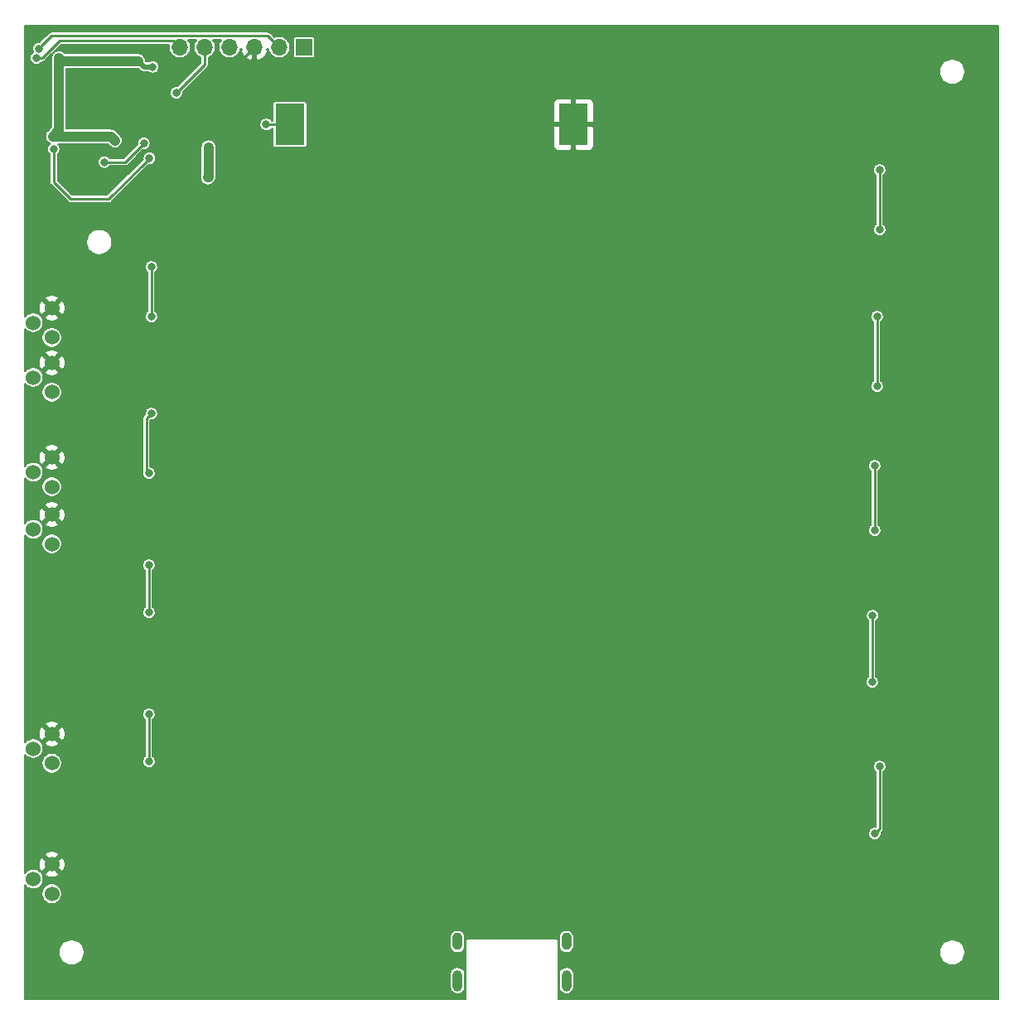
<source format=gbr>
G04 #@! TF.GenerationSoftware,KiCad,Pcbnew,(5.1.5)-2*
G04 #@! TF.CreationDate,2019-12-11T15:06:19-05:00*
G04 #@! TF.ProjectId,main,6d61696e-2e6b-4696-9361-645f70636258,rev?*
G04 #@! TF.SameCoordinates,Original*
G04 #@! TF.FileFunction,Copper,L2,Bot*
G04 #@! TF.FilePolarity,Positive*
%FSLAX46Y46*%
G04 Gerber Fmt 4.6, Leading zero omitted, Abs format (unit mm)*
G04 Created by KiCad (PCBNEW (5.1.5)-2) date 2019-12-11 15:06:19*
%MOMM*%
%LPD*%
G04 APERTURE LIST*
%ADD10O,1.000000X1.800000*%
%ADD11O,1.000000X2.200000*%
%ADD12R,3.000000X4.200000*%
%ADD13O,1.700000X1.700000*%
%ADD14R,1.700000X1.700000*%
%ADD15C,1.524000*%
%ADD16C,0.800000*%
%ADD17C,0.250000*%
%ADD18C,1.000000*%
%ADD19C,0.500000*%
%ADD20C,0.152400*%
G04 APERTURE END LIST*
D10*
X55575000Y-93886000D03*
D11*
X55575000Y-97886000D03*
X44425000Y-97886000D03*
D10*
X44425000Y-93886000D03*
D12*
X56300000Y-10400000D03*
X27300000Y-10400000D03*
D13*
X16050000Y-2500000D03*
X18590000Y-2500000D03*
X21130000Y-2500000D03*
X23670000Y-2500000D03*
X26210000Y-2500000D03*
D14*
X28750000Y-2500000D03*
D15*
X1088000Y-87500000D03*
X2988000Y-89000000D03*
X2988000Y-86000000D03*
X1088000Y-74168000D03*
X2988000Y-75668000D03*
X2988000Y-72668000D03*
X1088000Y-51754000D03*
X2988000Y-53254000D03*
X2988000Y-50254000D03*
X1088000Y-45912000D03*
X2988000Y-47412000D03*
X2988000Y-44412000D03*
X1088000Y-36240000D03*
X2988000Y-37740000D03*
X2988000Y-34740000D03*
X1088000Y-30652000D03*
X2988000Y-32152000D03*
X2988000Y-29152000D03*
D16*
X6000000Y-16000000D03*
X15600000Y-15800000D03*
X29200000Y-15800000D03*
X22300000Y-5100000D03*
X22458000Y-15800000D03*
X36174000Y-15800000D03*
X43032000Y-15800000D03*
X49890000Y-15800000D03*
X56748000Y-15800000D03*
X63606000Y-15800000D03*
X70464000Y-15800000D03*
X77322000Y-15800000D03*
X84180000Y-15800000D03*
X15600000Y-31040000D03*
X22458000Y-31040000D03*
X29316000Y-31040000D03*
X36174000Y-31040000D03*
X43032000Y-31040000D03*
X49890000Y-31040000D03*
X56748000Y-31040000D03*
X63606000Y-31040000D03*
X70464000Y-31040000D03*
X77322000Y-31040000D03*
X84180000Y-31040000D03*
X15600000Y-46280000D03*
X22458000Y-46280000D03*
X29316000Y-46280000D03*
X36174000Y-46280000D03*
X43032000Y-46280000D03*
X49890000Y-46280000D03*
X56748000Y-46280000D03*
X63606000Y-46280000D03*
X70464000Y-46280000D03*
X77322000Y-46280000D03*
X84180000Y-46280000D03*
X15600000Y-61520000D03*
X22458000Y-61520000D03*
X29316000Y-61520000D03*
X36174000Y-61520000D03*
X43032000Y-61520000D03*
X49890000Y-61520000D03*
X56748000Y-61520000D03*
X63606000Y-61520000D03*
X70464000Y-61520000D03*
X77322000Y-61520000D03*
X84180000Y-61520000D03*
X15600000Y-76760000D03*
X22458000Y-76760000D03*
X29316000Y-76760000D03*
X36174000Y-76760000D03*
X43032000Y-76760000D03*
X49890000Y-76760000D03*
X56748000Y-76760000D03*
X63606000Y-76760000D03*
X70464000Y-76760000D03*
X77322000Y-76760000D03*
X84180000Y-76760000D03*
X15688000Y-23430000D03*
X22546000Y-23430000D03*
X29404000Y-23430000D03*
X36262000Y-23430000D03*
X43120000Y-23430000D03*
X49978000Y-23430000D03*
X56836000Y-23430000D03*
X63694000Y-23430000D03*
X70552000Y-23430000D03*
X77410000Y-23430000D03*
X84268000Y-23430000D03*
X15688000Y-38670000D03*
X22546000Y-38670000D03*
X29404000Y-38670000D03*
X36262000Y-38670000D03*
X43120000Y-38670000D03*
X49978000Y-38670000D03*
X56836000Y-38670000D03*
X63694000Y-38670000D03*
X70552000Y-38670000D03*
X77410000Y-38670000D03*
X84268000Y-38670000D03*
X15688000Y-53910000D03*
X22546000Y-53910000D03*
X29404000Y-53910000D03*
X36262000Y-53910000D03*
X43120000Y-53910000D03*
X49978000Y-53910000D03*
X56836000Y-53910000D03*
X63694000Y-53910000D03*
X70552000Y-53910000D03*
X77410000Y-53910000D03*
X84268000Y-53910000D03*
X15688000Y-69150000D03*
X22546000Y-69150000D03*
X29404000Y-69150000D03*
X36262000Y-69150000D03*
X43120000Y-69150000D03*
X49978000Y-69150000D03*
X56836000Y-69150000D03*
X63694000Y-69150000D03*
X70552000Y-69150000D03*
X77410000Y-69150000D03*
X84268000Y-69150000D03*
X15688000Y-84390000D03*
X22546000Y-84390000D03*
X29404000Y-84390000D03*
X36262000Y-84390000D03*
X43120000Y-84390000D03*
X49978000Y-84390000D03*
X56836000Y-84390000D03*
X63694000Y-84390000D03*
X70552000Y-84390000D03*
X77410000Y-84390000D03*
X84268000Y-84390000D03*
X14418000Y-5467741D03*
X11751000Y-11111000D03*
X45914000Y-91756000D03*
X54105500Y-91502000D03*
X54486500Y-92581500D03*
X45723500Y-92835500D03*
X50994000Y-88708000D03*
X49025500Y-88644500D03*
X18926500Y-15810000D03*
X18990000Y-12698500D03*
X13300000Y-4500000D03*
X11800000Y-3900000D03*
X3700000Y-3600000D03*
X9431790Y-12035260D03*
X3080058Y-11600000D03*
X8343972Y-14234850D03*
X15688000Y-7174000D03*
X12386000Y-12322021D03*
X1400000Y-3599994D03*
X1642538Y-2629846D03*
X24900000Y-10400000D03*
X3171344Y-12896211D03*
X12961271Y-13847048D03*
X87570000Y-21144000D03*
X87570000Y-15048012D03*
X87316000Y-37146000D03*
X87316000Y-30034000D03*
X87062000Y-51878000D03*
X87062000Y-45274000D03*
X86808000Y-67372000D03*
X86862907Y-60597462D03*
X13148000Y-24954000D03*
X13148000Y-30034000D03*
X13148000Y-39940000D03*
X12894000Y-46036000D03*
X12894000Y-55434000D03*
X12894000Y-60260000D03*
X12894000Y-70674000D03*
X12894000Y-75500000D03*
X87062000Y-82866000D03*
X87570000Y-76008000D03*
D17*
X22300000Y-3870000D02*
X23670000Y-2500000D01*
X22300000Y-5100000D02*
X22300000Y-3870000D01*
D18*
X18990000Y-12698500D02*
X18990000Y-15746500D01*
X18990000Y-15746500D02*
X18926500Y-15810000D01*
D19*
X13300000Y-4500000D02*
X12400000Y-4500000D01*
X12400000Y-4500000D02*
X11800000Y-3900000D01*
D18*
X11800000Y-3900000D02*
X4000000Y-3900000D01*
X4000000Y-3900000D02*
X3700000Y-3600000D01*
X3700000Y-10980058D02*
X3080058Y-11600000D01*
X9431790Y-12035260D02*
X8996530Y-11600000D01*
X3700000Y-3600000D02*
X3700000Y-10980058D01*
X8996530Y-11600000D02*
X3080058Y-11600000D01*
D17*
X16087999Y-6774001D02*
X15688000Y-7174000D01*
X18590000Y-4272000D02*
X16087999Y-6774001D01*
X18590000Y-2500000D02*
X18590000Y-4272000D01*
X11986001Y-12722020D02*
X12386000Y-12322021D01*
X10473171Y-14234850D02*
X11986001Y-12722020D01*
X8343972Y-14234850D02*
X10473171Y-14234850D01*
X16050000Y-2500000D02*
X15350000Y-1800000D01*
X1965685Y-3599994D02*
X1400000Y-3599994D01*
X3765679Y-1800000D02*
X1965685Y-3599994D01*
X15350000Y-1800000D02*
X3765679Y-1800000D01*
X25034999Y-1324999D02*
X2947385Y-1324999D01*
X2947385Y-1324999D02*
X2042537Y-2229847D01*
X2042537Y-2229847D02*
X1642538Y-2629846D01*
X26210000Y-2500000D02*
X25034999Y-1324999D01*
X27300000Y-10400000D02*
X24900000Y-10400000D01*
X8808319Y-18000000D02*
X12561272Y-14247047D01*
X4900000Y-18000000D02*
X8808319Y-18000000D01*
X3171344Y-12896211D02*
X3171344Y-16271344D01*
X12561272Y-14247047D02*
X12961271Y-13847048D01*
X3171344Y-16271344D02*
X4900000Y-18000000D01*
X87570000Y-21144000D02*
X87570000Y-15048000D01*
X87570000Y-15048000D02*
X87570000Y-15048012D01*
X87316000Y-37146000D02*
X87316000Y-30034000D01*
X87062000Y-51878000D02*
X87062000Y-45274000D01*
X86808000Y-67372000D02*
X86808000Y-60652369D01*
X86808000Y-60652369D02*
X86862907Y-60597462D01*
X13148000Y-24954000D02*
X13148000Y-30034000D01*
X13148000Y-39940000D02*
X12640000Y-40448000D01*
X12640000Y-45782000D02*
X12894000Y-46036000D01*
X12640000Y-40448000D02*
X12640000Y-45782000D01*
X12894000Y-55434000D02*
X12894000Y-60260000D01*
X12894000Y-70674000D02*
X12894000Y-75500000D01*
X87062000Y-82866000D02*
X87570000Y-82358000D01*
X87570000Y-82358000D02*
X87570000Y-76008000D01*
D20*
G36*
X99746401Y-99746400D02*
G01*
X54740100Y-99746400D01*
X54740100Y-97247877D01*
X54798800Y-97247877D01*
X54798801Y-98524124D01*
X54810033Y-98638162D01*
X54854417Y-98784476D01*
X54926492Y-98919320D01*
X55023490Y-99037511D01*
X55141681Y-99134509D01*
X55276525Y-99206584D01*
X55422839Y-99250968D01*
X55575000Y-99265955D01*
X55727162Y-99250968D01*
X55873476Y-99206584D01*
X56008320Y-99134509D01*
X56126511Y-99037511D01*
X56223509Y-98919320D01*
X56295584Y-98784476D01*
X56339968Y-98638162D01*
X56351200Y-98524124D01*
X56351200Y-97247876D01*
X56339968Y-97133838D01*
X56295584Y-96987524D01*
X56223509Y-96852680D01*
X56126511Y-96734489D01*
X56008319Y-96637491D01*
X55873475Y-96565416D01*
X55727161Y-96521032D01*
X55575000Y-96506045D01*
X55422838Y-96521032D01*
X55276524Y-96565416D01*
X55141680Y-96637491D01*
X55023489Y-96734489D01*
X54926491Y-96852681D01*
X54854416Y-96987525D01*
X54810032Y-97133839D01*
X54798800Y-97247877D01*
X54740100Y-97247877D01*
X54740100Y-93863959D01*
X54741327Y-93851500D01*
X54736431Y-93801786D01*
X54721929Y-93753982D01*
X54698381Y-93709926D01*
X54666690Y-93671310D01*
X54628074Y-93639619D01*
X54584018Y-93616071D01*
X54536214Y-93601569D01*
X54498959Y-93597900D01*
X54486500Y-93596673D01*
X54474041Y-93597900D01*
X45545459Y-93597900D01*
X45533000Y-93596673D01*
X45520541Y-93597900D01*
X45483286Y-93601569D01*
X45435482Y-93616071D01*
X45391426Y-93639619D01*
X45352810Y-93671310D01*
X45321119Y-93709926D01*
X45297571Y-93753982D01*
X45283069Y-93801786D01*
X45278173Y-93851500D01*
X45279401Y-93863969D01*
X45279400Y-99746400D01*
X253600Y-99746400D01*
X253600Y-97247877D01*
X43648800Y-97247877D01*
X43648801Y-98524124D01*
X43660033Y-98638162D01*
X43704417Y-98784476D01*
X43776492Y-98919320D01*
X43873490Y-99037511D01*
X43991681Y-99134509D01*
X44126525Y-99206584D01*
X44272839Y-99250968D01*
X44425000Y-99265955D01*
X44577162Y-99250968D01*
X44723476Y-99206584D01*
X44858320Y-99134509D01*
X44976511Y-99037511D01*
X45073509Y-98919320D01*
X45145584Y-98784476D01*
X45189968Y-98638162D01*
X45201200Y-98524124D01*
X45201200Y-97247876D01*
X45189968Y-97133838D01*
X45145584Y-96987524D01*
X45073509Y-96852680D01*
X44976511Y-96734489D01*
X44858319Y-96637491D01*
X44723475Y-96565416D01*
X44577161Y-96521032D01*
X44425000Y-96506045D01*
X44272838Y-96521032D01*
X44126524Y-96565416D01*
X43991680Y-96637491D01*
X43873489Y-96734489D01*
X43776491Y-96852681D01*
X43704416Y-96987525D01*
X43660032Y-97133839D01*
X43648800Y-97247877D01*
X253600Y-97247877D01*
X253600Y-94869381D01*
X3673800Y-94869381D01*
X3673800Y-95130619D01*
X3724765Y-95386838D01*
X3824737Y-95628191D01*
X3969873Y-95845403D01*
X4154597Y-96030127D01*
X4371809Y-96175263D01*
X4613162Y-96275235D01*
X4869381Y-96326200D01*
X5130619Y-96326200D01*
X5386838Y-96275235D01*
X5628191Y-96175263D01*
X5845403Y-96030127D01*
X6030127Y-95845403D01*
X6175263Y-95628191D01*
X6275235Y-95386838D01*
X6326200Y-95130619D01*
X6326200Y-94869381D01*
X6275235Y-94613162D01*
X6175263Y-94371809D01*
X6030127Y-94154597D01*
X5845403Y-93969873D01*
X5628191Y-93824737D01*
X5386838Y-93724765D01*
X5130619Y-93673800D01*
X4869381Y-93673800D01*
X4613162Y-93724765D01*
X4371809Y-93824737D01*
X4154597Y-93969873D01*
X3969873Y-94154597D01*
X3824737Y-94371809D01*
X3724765Y-94613162D01*
X3673800Y-94869381D01*
X253600Y-94869381D01*
X253600Y-93447877D01*
X43648800Y-93447877D01*
X43648800Y-94324124D01*
X43660033Y-94438162D01*
X43704417Y-94584476D01*
X43776492Y-94719320D01*
X43873490Y-94837511D01*
X43991681Y-94934509D01*
X44126525Y-95006584D01*
X44272839Y-95050968D01*
X44425000Y-95065955D01*
X44577162Y-95050968D01*
X44723476Y-95006584D01*
X44858320Y-94934509D01*
X44976511Y-94837511D01*
X45073509Y-94719320D01*
X45145584Y-94584476D01*
X45189968Y-94438162D01*
X45201200Y-94324124D01*
X45201200Y-93447877D01*
X54798800Y-93447877D01*
X54798800Y-94324124D01*
X54810033Y-94438162D01*
X54854417Y-94584476D01*
X54926492Y-94719320D01*
X55023490Y-94837511D01*
X55141681Y-94934509D01*
X55276525Y-95006584D01*
X55422839Y-95050968D01*
X55575000Y-95065955D01*
X55727162Y-95050968D01*
X55873476Y-95006584D01*
X56008320Y-94934509D01*
X56087677Y-94869381D01*
X93673800Y-94869381D01*
X93673800Y-95130619D01*
X93724765Y-95386838D01*
X93824737Y-95628191D01*
X93969873Y-95845403D01*
X94154597Y-96030127D01*
X94371809Y-96175263D01*
X94613162Y-96275235D01*
X94869381Y-96326200D01*
X95130619Y-96326200D01*
X95386838Y-96275235D01*
X95628191Y-96175263D01*
X95845403Y-96030127D01*
X96030127Y-95845403D01*
X96175263Y-95628191D01*
X96275235Y-95386838D01*
X96326200Y-95130619D01*
X96326200Y-94869381D01*
X96275235Y-94613162D01*
X96175263Y-94371809D01*
X96030127Y-94154597D01*
X95845403Y-93969873D01*
X95628191Y-93824737D01*
X95386838Y-93724765D01*
X95130619Y-93673800D01*
X94869381Y-93673800D01*
X94613162Y-93724765D01*
X94371809Y-93824737D01*
X94154597Y-93969873D01*
X93969873Y-94154597D01*
X93824737Y-94371809D01*
X93724765Y-94613162D01*
X93673800Y-94869381D01*
X56087677Y-94869381D01*
X56126511Y-94837511D01*
X56223509Y-94719320D01*
X56295584Y-94584476D01*
X56339968Y-94438162D01*
X56351200Y-94324124D01*
X56351200Y-93447876D01*
X56339968Y-93333838D01*
X56295584Y-93187524D01*
X56223509Y-93052680D01*
X56126511Y-92934489D01*
X56008319Y-92837491D01*
X55873475Y-92765416D01*
X55727161Y-92721032D01*
X55575000Y-92706045D01*
X55422838Y-92721032D01*
X55276524Y-92765416D01*
X55141680Y-92837491D01*
X55023489Y-92934489D01*
X54926491Y-93052681D01*
X54854416Y-93187525D01*
X54810032Y-93333839D01*
X54798800Y-93447877D01*
X45201200Y-93447877D01*
X45201200Y-93447876D01*
X45189968Y-93333838D01*
X45145584Y-93187524D01*
X45073509Y-93052680D01*
X44976511Y-92934489D01*
X44858319Y-92837491D01*
X44723475Y-92765416D01*
X44577161Y-92721032D01*
X44425000Y-92706045D01*
X44272838Y-92721032D01*
X44126524Y-92765416D01*
X43991680Y-92837491D01*
X43873489Y-92934489D01*
X43776491Y-93052681D01*
X43704416Y-93187525D01*
X43660032Y-93333839D01*
X43648800Y-93447877D01*
X253600Y-93447877D01*
X253600Y-88897746D01*
X1949800Y-88897746D01*
X1949800Y-89102254D01*
X1989698Y-89302832D01*
X2067959Y-89491772D01*
X2181578Y-89661814D01*
X2326186Y-89806422D01*
X2496228Y-89920041D01*
X2685168Y-89998302D01*
X2885746Y-90038200D01*
X3090254Y-90038200D01*
X3290832Y-89998302D01*
X3479772Y-89920041D01*
X3649814Y-89806422D01*
X3794422Y-89661814D01*
X3908041Y-89491772D01*
X3986302Y-89302832D01*
X4026200Y-89102254D01*
X4026200Y-88897746D01*
X3986302Y-88697168D01*
X3908041Y-88508228D01*
X3794422Y-88338186D01*
X3649814Y-88193578D01*
X3479772Y-88079959D01*
X3290832Y-88001698D01*
X3090254Y-87961800D01*
X2885746Y-87961800D01*
X2685168Y-88001698D01*
X2496228Y-88079959D01*
X2326186Y-88193578D01*
X2181578Y-88338186D01*
X2067959Y-88508228D01*
X1989698Y-88697168D01*
X1949800Y-88897746D01*
X253600Y-88897746D01*
X253600Y-88119942D01*
X281578Y-88161814D01*
X426186Y-88306422D01*
X596228Y-88420041D01*
X785168Y-88498302D01*
X985746Y-88538200D01*
X1190254Y-88538200D01*
X1390832Y-88498302D01*
X1579772Y-88420041D01*
X1749814Y-88306422D01*
X1894422Y-88161814D01*
X2008041Y-87991772D01*
X2086302Y-87802832D01*
X2126200Y-87602254D01*
X2126200Y-87397746D01*
X2086302Y-87197168D01*
X2008041Y-87008228D01*
X1982265Y-86969651D01*
X2269797Y-86969651D01*
X2343636Y-87189382D01*
X2588055Y-87292238D01*
X2847843Y-87345433D01*
X3113017Y-87346925D01*
X3373387Y-87296654D01*
X3618946Y-87196554D01*
X3632364Y-87189382D01*
X3706203Y-86969651D01*
X2988000Y-86251447D01*
X2269797Y-86969651D01*
X1982265Y-86969651D01*
X1894422Y-86838186D01*
X1749814Y-86693578D01*
X1579772Y-86579959D01*
X1390832Y-86501698D01*
X1190254Y-86461800D01*
X985746Y-86461800D01*
X785168Y-86501698D01*
X596228Y-86579959D01*
X426186Y-86693578D01*
X281578Y-86838186D01*
X253600Y-86880058D01*
X253600Y-86125017D01*
X1641075Y-86125017D01*
X1691346Y-86385387D01*
X1791446Y-86630946D01*
X1798618Y-86644364D01*
X2018349Y-86718203D01*
X2736553Y-86000000D01*
X3239447Y-86000000D01*
X3957651Y-86718203D01*
X4177382Y-86644364D01*
X4280238Y-86399945D01*
X4333433Y-86140157D01*
X4334925Y-85874983D01*
X4284654Y-85614613D01*
X4184554Y-85369054D01*
X4177382Y-85355636D01*
X3957651Y-85281797D01*
X3239447Y-86000000D01*
X2736553Y-86000000D01*
X2018349Y-85281797D01*
X1798618Y-85355636D01*
X1695762Y-85600055D01*
X1642567Y-85859843D01*
X1641075Y-86125017D01*
X253600Y-86125017D01*
X253600Y-85030349D01*
X2269797Y-85030349D01*
X2988000Y-85748553D01*
X3706203Y-85030349D01*
X3632364Y-84810618D01*
X3387945Y-84707762D01*
X3128157Y-84654567D01*
X2862983Y-84653075D01*
X2602613Y-84703346D01*
X2357054Y-84803446D01*
X2343636Y-84810618D01*
X2269797Y-85030349D01*
X253600Y-85030349D01*
X253600Y-82799400D01*
X86385800Y-82799400D01*
X86385800Y-82932600D01*
X86411786Y-83063240D01*
X86462759Y-83186301D01*
X86536761Y-83297052D01*
X86630948Y-83391239D01*
X86741699Y-83465241D01*
X86864760Y-83516214D01*
X86995400Y-83542200D01*
X87128600Y-83542200D01*
X87259240Y-83516214D01*
X87382301Y-83465241D01*
X87493052Y-83391239D01*
X87587239Y-83297052D01*
X87661241Y-83186301D01*
X87712214Y-83063240D01*
X87738200Y-82932600D01*
X87738200Y-82799400D01*
X87731196Y-82764186D01*
X87839753Y-82655629D01*
X87855064Y-82643064D01*
X87893487Y-82596245D01*
X87905199Y-82581974D01*
X87942453Y-82512277D01*
X87942454Y-82512274D01*
X87965395Y-82436649D01*
X87971200Y-82377708D01*
X87971200Y-82377704D01*
X87973141Y-82358001D01*
X87971200Y-82338298D01*
X87971200Y-76553186D01*
X88001052Y-76533239D01*
X88095239Y-76439052D01*
X88169241Y-76328301D01*
X88220214Y-76205240D01*
X88246200Y-76074600D01*
X88246200Y-75941400D01*
X88220214Y-75810760D01*
X88169241Y-75687699D01*
X88095239Y-75576948D01*
X88001052Y-75482761D01*
X87890301Y-75408759D01*
X87767240Y-75357786D01*
X87636600Y-75331800D01*
X87503400Y-75331800D01*
X87372760Y-75357786D01*
X87249699Y-75408759D01*
X87138948Y-75482761D01*
X87044761Y-75576948D01*
X86970759Y-75687699D01*
X86919786Y-75810760D01*
X86893800Y-75941400D01*
X86893800Y-76074600D01*
X86919786Y-76205240D01*
X86970759Y-76328301D01*
X87044761Y-76439052D01*
X87138948Y-76533239D01*
X87168801Y-76553186D01*
X87168800Y-82191818D01*
X87163814Y-82196804D01*
X87128600Y-82189800D01*
X86995400Y-82189800D01*
X86864760Y-82215786D01*
X86741699Y-82266759D01*
X86630948Y-82340761D01*
X86536761Y-82434948D01*
X86462759Y-82545699D01*
X86411786Y-82668760D01*
X86385800Y-82799400D01*
X253600Y-82799400D01*
X253600Y-75565746D01*
X1949800Y-75565746D01*
X1949800Y-75770254D01*
X1989698Y-75970832D01*
X2067959Y-76159772D01*
X2181578Y-76329814D01*
X2326186Y-76474422D01*
X2496228Y-76588041D01*
X2685168Y-76666302D01*
X2885746Y-76706200D01*
X3090254Y-76706200D01*
X3290832Y-76666302D01*
X3479772Y-76588041D01*
X3649814Y-76474422D01*
X3794422Y-76329814D01*
X3908041Y-76159772D01*
X3986302Y-75970832D01*
X4026200Y-75770254D01*
X4026200Y-75565746D01*
X3986302Y-75365168D01*
X3908041Y-75176228D01*
X3794422Y-75006186D01*
X3649814Y-74861578D01*
X3479772Y-74747959D01*
X3290832Y-74669698D01*
X3090254Y-74629800D01*
X2885746Y-74629800D01*
X2685168Y-74669698D01*
X2496228Y-74747959D01*
X2326186Y-74861578D01*
X2181578Y-75006186D01*
X2067959Y-75176228D01*
X1989698Y-75365168D01*
X1949800Y-75565746D01*
X253600Y-75565746D01*
X253600Y-74787942D01*
X281578Y-74829814D01*
X426186Y-74974422D01*
X596228Y-75088041D01*
X785168Y-75166302D01*
X985746Y-75206200D01*
X1190254Y-75206200D01*
X1390832Y-75166302D01*
X1579772Y-75088041D01*
X1749814Y-74974422D01*
X1894422Y-74829814D01*
X2008041Y-74659772D01*
X2086302Y-74470832D01*
X2126200Y-74270254D01*
X2126200Y-74065746D01*
X2086302Y-73865168D01*
X2008041Y-73676228D01*
X1982265Y-73637651D01*
X2269797Y-73637651D01*
X2343636Y-73857382D01*
X2588055Y-73960238D01*
X2847843Y-74013433D01*
X3113017Y-74014925D01*
X3373387Y-73964654D01*
X3618946Y-73864554D01*
X3632364Y-73857382D01*
X3706203Y-73637651D01*
X2988000Y-72919447D01*
X2269797Y-73637651D01*
X1982265Y-73637651D01*
X1894422Y-73506186D01*
X1749814Y-73361578D01*
X1579772Y-73247959D01*
X1390832Y-73169698D01*
X1190254Y-73129800D01*
X985746Y-73129800D01*
X785168Y-73169698D01*
X596228Y-73247959D01*
X426186Y-73361578D01*
X281578Y-73506186D01*
X253600Y-73548058D01*
X253600Y-72793017D01*
X1641075Y-72793017D01*
X1691346Y-73053387D01*
X1791446Y-73298946D01*
X1798618Y-73312364D01*
X2018349Y-73386203D01*
X2736553Y-72668000D01*
X3239447Y-72668000D01*
X3957651Y-73386203D01*
X4177382Y-73312364D01*
X4280238Y-73067945D01*
X4333433Y-72808157D01*
X4334925Y-72542983D01*
X4284654Y-72282613D01*
X4184554Y-72037054D01*
X4177382Y-72023636D01*
X3957651Y-71949797D01*
X3239447Y-72668000D01*
X2736553Y-72668000D01*
X2018349Y-71949797D01*
X1798618Y-72023636D01*
X1695762Y-72268055D01*
X1642567Y-72527843D01*
X1641075Y-72793017D01*
X253600Y-72793017D01*
X253600Y-71698349D01*
X2269797Y-71698349D01*
X2988000Y-72416553D01*
X3706203Y-71698349D01*
X3632364Y-71478618D01*
X3387945Y-71375762D01*
X3128157Y-71322567D01*
X2862983Y-71321075D01*
X2602613Y-71371346D01*
X2357054Y-71471446D01*
X2343636Y-71478618D01*
X2269797Y-71698349D01*
X253600Y-71698349D01*
X253600Y-70607400D01*
X12217800Y-70607400D01*
X12217800Y-70740600D01*
X12243786Y-70871240D01*
X12294759Y-70994301D01*
X12368761Y-71105052D01*
X12462948Y-71199239D01*
X12492800Y-71219186D01*
X12492801Y-74954814D01*
X12462948Y-74974761D01*
X12368761Y-75068948D01*
X12294759Y-75179699D01*
X12243786Y-75302760D01*
X12217800Y-75433400D01*
X12217800Y-75566600D01*
X12243786Y-75697240D01*
X12294759Y-75820301D01*
X12368761Y-75931052D01*
X12462948Y-76025239D01*
X12573699Y-76099241D01*
X12696760Y-76150214D01*
X12827400Y-76176200D01*
X12960600Y-76176200D01*
X13091240Y-76150214D01*
X13214301Y-76099241D01*
X13325052Y-76025239D01*
X13419239Y-75931052D01*
X13493241Y-75820301D01*
X13544214Y-75697240D01*
X13570200Y-75566600D01*
X13570200Y-75433400D01*
X13544214Y-75302760D01*
X13493241Y-75179699D01*
X13419239Y-75068948D01*
X13325052Y-74974761D01*
X13295200Y-74954814D01*
X13295200Y-71219186D01*
X13325052Y-71199239D01*
X13419239Y-71105052D01*
X13493241Y-70994301D01*
X13544214Y-70871240D01*
X13570200Y-70740600D01*
X13570200Y-70607400D01*
X13544214Y-70476760D01*
X13493241Y-70353699D01*
X13419239Y-70242948D01*
X13325052Y-70148761D01*
X13214301Y-70074759D01*
X13091240Y-70023786D01*
X12960600Y-69997800D01*
X12827400Y-69997800D01*
X12696760Y-70023786D01*
X12573699Y-70074759D01*
X12462948Y-70148761D01*
X12368761Y-70242948D01*
X12294759Y-70353699D01*
X12243786Y-70476760D01*
X12217800Y-70607400D01*
X253600Y-70607400D01*
X253600Y-67305400D01*
X86131800Y-67305400D01*
X86131800Y-67438600D01*
X86157786Y-67569240D01*
X86208759Y-67692301D01*
X86282761Y-67803052D01*
X86376948Y-67897239D01*
X86487699Y-67971241D01*
X86610760Y-68022214D01*
X86741400Y-68048200D01*
X86874600Y-68048200D01*
X87005240Y-68022214D01*
X87128301Y-67971241D01*
X87239052Y-67897239D01*
X87333239Y-67803052D01*
X87407241Y-67692301D01*
X87458214Y-67569240D01*
X87484200Y-67438600D01*
X87484200Y-67305400D01*
X87458214Y-67174760D01*
X87407241Y-67051699D01*
X87333239Y-66940948D01*
X87239052Y-66846761D01*
X87209200Y-66826814D01*
X87209200Y-61179336D01*
X87293959Y-61122701D01*
X87388146Y-61028514D01*
X87462148Y-60917763D01*
X87513121Y-60794702D01*
X87539107Y-60664062D01*
X87539107Y-60530862D01*
X87513121Y-60400222D01*
X87462148Y-60277161D01*
X87388146Y-60166410D01*
X87293959Y-60072223D01*
X87183208Y-59998221D01*
X87060147Y-59947248D01*
X86929507Y-59921262D01*
X86796307Y-59921262D01*
X86665667Y-59947248D01*
X86542606Y-59998221D01*
X86431855Y-60072223D01*
X86337668Y-60166410D01*
X86263666Y-60277161D01*
X86212693Y-60400222D01*
X86186707Y-60530862D01*
X86186707Y-60664062D01*
X86212693Y-60794702D01*
X86263666Y-60917763D01*
X86337668Y-61028514D01*
X86406801Y-61097647D01*
X86406800Y-66826814D01*
X86376948Y-66846761D01*
X86282761Y-66940948D01*
X86208759Y-67051699D01*
X86157786Y-67174760D01*
X86131800Y-67305400D01*
X253600Y-67305400D01*
X253600Y-55367400D01*
X12217800Y-55367400D01*
X12217800Y-55500600D01*
X12243786Y-55631240D01*
X12294759Y-55754301D01*
X12368761Y-55865052D01*
X12462948Y-55959239D01*
X12492800Y-55979186D01*
X12492801Y-59714814D01*
X12462948Y-59734761D01*
X12368761Y-59828948D01*
X12294759Y-59939699D01*
X12243786Y-60062760D01*
X12217800Y-60193400D01*
X12217800Y-60326600D01*
X12243786Y-60457240D01*
X12294759Y-60580301D01*
X12368761Y-60691052D01*
X12462948Y-60785239D01*
X12573699Y-60859241D01*
X12696760Y-60910214D01*
X12827400Y-60936200D01*
X12960600Y-60936200D01*
X13091240Y-60910214D01*
X13214301Y-60859241D01*
X13325052Y-60785239D01*
X13419239Y-60691052D01*
X13493241Y-60580301D01*
X13544214Y-60457240D01*
X13570200Y-60326600D01*
X13570200Y-60193400D01*
X13544214Y-60062760D01*
X13493241Y-59939699D01*
X13419239Y-59828948D01*
X13325052Y-59734761D01*
X13295200Y-59714814D01*
X13295200Y-55979186D01*
X13325052Y-55959239D01*
X13419239Y-55865052D01*
X13493241Y-55754301D01*
X13544214Y-55631240D01*
X13570200Y-55500600D01*
X13570200Y-55367400D01*
X13544214Y-55236760D01*
X13493241Y-55113699D01*
X13419239Y-55002948D01*
X13325052Y-54908761D01*
X13214301Y-54834759D01*
X13091240Y-54783786D01*
X12960600Y-54757800D01*
X12827400Y-54757800D01*
X12696760Y-54783786D01*
X12573699Y-54834759D01*
X12462948Y-54908761D01*
X12368761Y-55002948D01*
X12294759Y-55113699D01*
X12243786Y-55236760D01*
X12217800Y-55367400D01*
X253600Y-55367400D01*
X253600Y-53151746D01*
X1949800Y-53151746D01*
X1949800Y-53356254D01*
X1989698Y-53556832D01*
X2067959Y-53745772D01*
X2181578Y-53915814D01*
X2326186Y-54060422D01*
X2496228Y-54174041D01*
X2685168Y-54252302D01*
X2885746Y-54292200D01*
X3090254Y-54292200D01*
X3290832Y-54252302D01*
X3479772Y-54174041D01*
X3649814Y-54060422D01*
X3794422Y-53915814D01*
X3908041Y-53745772D01*
X3986302Y-53556832D01*
X4026200Y-53356254D01*
X4026200Y-53151746D01*
X3986302Y-52951168D01*
X3908041Y-52762228D01*
X3794422Y-52592186D01*
X3649814Y-52447578D01*
X3479772Y-52333959D01*
X3290832Y-52255698D01*
X3090254Y-52215800D01*
X2885746Y-52215800D01*
X2685168Y-52255698D01*
X2496228Y-52333959D01*
X2326186Y-52447578D01*
X2181578Y-52592186D01*
X2067959Y-52762228D01*
X1989698Y-52951168D01*
X1949800Y-53151746D01*
X253600Y-53151746D01*
X253600Y-52373942D01*
X281578Y-52415814D01*
X426186Y-52560422D01*
X596228Y-52674041D01*
X785168Y-52752302D01*
X985746Y-52792200D01*
X1190254Y-52792200D01*
X1390832Y-52752302D01*
X1579772Y-52674041D01*
X1749814Y-52560422D01*
X1894422Y-52415814D01*
X2008041Y-52245772D01*
X2086302Y-52056832D01*
X2126200Y-51856254D01*
X2126200Y-51651746D01*
X2086302Y-51451168D01*
X2008041Y-51262228D01*
X1982265Y-51223651D01*
X2269797Y-51223651D01*
X2343636Y-51443382D01*
X2588055Y-51546238D01*
X2847843Y-51599433D01*
X3113017Y-51600925D01*
X3373387Y-51550654D01*
X3618946Y-51450554D01*
X3632364Y-51443382D01*
X3706203Y-51223651D01*
X2988000Y-50505447D01*
X2269797Y-51223651D01*
X1982265Y-51223651D01*
X1894422Y-51092186D01*
X1749814Y-50947578D01*
X1579772Y-50833959D01*
X1390832Y-50755698D01*
X1190254Y-50715800D01*
X985746Y-50715800D01*
X785168Y-50755698D01*
X596228Y-50833959D01*
X426186Y-50947578D01*
X281578Y-51092186D01*
X253600Y-51134058D01*
X253600Y-50379017D01*
X1641075Y-50379017D01*
X1691346Y-50639387D01*
X1791446Y-50884946D01*
X1798618Y-50898364D01*
X2018349Y-50972203D01*
X2736553Y-50254000D01*
X3239447Y-50254000D01*
X3957651Y-50972203D01*
X4177382Y-50898364D01*
X4280238Y-50653945D01*
X4333433Y-50394157D01*
X4334925Y-50128983D01*
X4284654Y-49868613D01*
X4184554Y-49623054D01*
X4177382Y-49609636D01*
X3957651Y-49535797D01*
X3239447Y-50254000D01*
X2736553Y-50254000D01*
X2018349Y-49535797D01*
X1798618Y-49609636D01*
X1695762Y-49854055D01*
X1642567Y-50113843D01*
X1641075Y-50379017D01*
X253600Y-50379017D01*
X253600Y-49284349D01*
X2269797Y-49284349D01*
X2988000Y-50002553D01*
X3706203Y-49284349D01*
X3632364Y-49064618D01*
X3387945Y-48961762D01*
X3128157Y-48908567D01*
X2862983Y-48907075D01*
X2602613Y-48957346D01*
X2357054Y-49057446D01*
X2343636Y-49064618D01*
X2269797Y-49284349D01*
X253600Y-49284349D01*
X253600Y-47309746D01*
X1949800Y-47309746D01*
X1949800Y-47514254D01*
X1989698Y-47714832D01*
X2067959Y-47903772D01*
X2181578Y-48073814D01*
X2326186Y-48218422D01*
X2496228Y-48332041D01*
X2685168Y-48410302D01*
X2885746Y-48450200D01*
X3090254Y-48450200D01*
X3290832Y-48410302D01*
X3479772Y-48332041D01*
X3649814Y-48218422D01*
X3794422Y-48073814D01*
X3908041Y-47903772D01*
X3986302Y-47714832D01*
X4026200Y-47514254D01*
X4026200Y-47309746D01*
X3986302Y-47109168D01*
X3908041Y-46920228D01*
X3794422Y-46750186D01*
X3649814Y-46605578D01*
X3479772Y-46491959D01*
X3290832Y-46413698D01*
X3090254Y-46373800D01*
X2885746Y-46373800D01*
X2685168Y-46413698D01*
X2496228Y-46491959D01*
X2326186Y-46605578D01*
X2181578Y-46750186D01*
X2067959Y-46920228D01*
X1989698Y-47109168D01*
X1949800Y-47309746D01*
X253600Y-47309746D01*
X253600Y-46531942D01*
X281578Y-46573814D01*
X426186Y-46718422D01*
X596228Y-46832041D01*
X785168Y-46910302D01*
X985746Y-46950200D01*
X1190254Y-46950200D01*
X1390832Y-46910302D01*
X1579772Y-46832041D01*
X1749814Y-46718422D01*
X1894422Y-46573814D01*
X2008041Y-46403772D01*
X2086302Y-46214832D01*
X2126200Y-46014254D01*
X2126200Y-45969400D01*
X12217800Y-45969400D01*
X12217800Y-46102600D01*
X12243786Y-46233240D01*
X12294759Y-46356301D01*
X12368761Y-46467052D01*
X12462948Y-46561239D01*
X12573699Y-46635241D01*
X12696760Y-46686214D01*
X12827400Y-46712200D01*
X12960600Y-46712200D01*
X13091240Y-46686214D01*
X13214301Y-46635241D01*
X13325052Y-46561239D01*
X13419239Y-46467052D01*
X13493241Y-46356301D01*
X13544214Y-46233240D01*
X13570200Y-46102600D01*
X13570200Y-45969400D01*
X13544214Y-45838760D01*
X13493241Y-45715699D01*
X13419239Y-45604948D01*
X13325052Y-45510761D01*
X13214301Y-45436759D01*
X13091240Y-45385786D01*
X13041200Y-45375832D01*
X13041200Y-45207400D01*
X86385800Y-45207400D01*
X86385800Y-45340600D01*
X86411786Y-45471240D01*
X86462759Y-45594301D01*
X86536761Y-45705052D01*
X86630948Y-45799239D01*
X86660801Y-45819186D01*
X86660800Y-51332814D01*
X86630948Y-51352761D01*
X86536761Y-51446948D01*
X86462759Y-51557699D01*
X86411786Y-51680760D01*
X86385800Y-51811400D01*
X86385800Y-51944600D01*
X86411786Y-52075240D01*
X86462759Y-52198301D01*
X86536761Y-52309052D01*
X86630948Y-52403239D01*
X86741699Y-52477241D01*
X86864760Y-52528214D01*
X86995400Y-52554200D01*
X87128600Y-52554200D01*
X87259240Y-52528214D01*
X87382301Y-52477241D01*
X87493052Y-52403239D01*
X87587239Y-52309052D01*
X87661241Y-52198301D01*
X87712214Y-52075240D01*
X87738200Y-51944600D01*
X87738200Y-51811400D01*
X87712214Y-51680760D01*
X87661241Y-51557699D01*
X87587239Y-51446948D01*
X87493052Y-51352761D01*
X87463200Y-51332814D01*
X87463200Y-45819186D01*
X87493052Y-45799239D01*
X87587239Y-45705052D01*
X87661241Y-45594301D01*
X87712214Y-45471240D01*
X87738200Y-45340600D01*
X87738200Y-45207400D01*
X87712214Y-45076760D01*
X87661241Y-44953699D01*
X87587239Y-44842948D01*
X87493052Y-44748761D01*
X87382301Y-44674759D01*
X87259240Y-44623786D01*
X87128600Y-44597800D01*
X86995400Y-44597800D01*
X86864760Y-44623786D01*
X86741699Y-44674759D01*
X86630948Y-44748761D01*
X86536761Y-44842948D01*
X86462759Y-44953699D01*
X86411786Y-45076760D01*
X86385800Y-45207400D01*
X13041200Y-45207400D01*
X13041200Y-40614181D01*
X13046186Y-40609195D01*
X13081400Y-40616200D01*
X13214600Y-40616200D01*
X13345240Y-40590214D01*
X13468301Y-40539241D01*
X13579052Y-40465239D01*
X13673239Y-40371052D01*
X13747241Y-40260301D01*
X13798214Y-40137240D01*
X13824200Y-40006600D01*
X13824200Y-39873400D01*
X13798214Y-39742760D01*
X13747241Y-39619699D01*
X13673239Y-39508948D01*
X13579052Y-39414761D01*
X13468301Y-39340759D01*
X13345240Y-39289786D01*
X13214600Y-39263800D01*
X13081400Y-39263800D01*
X12950760Y-39289786D01*
X12827699Y-39340759D01*
X12716948Y-39414761D01*
X12622761Y-39508948D01*
X12548759Y-39619699D01*
X12497786Y-39742760D01*
X12471800Y-39873400D01*
X12471800Y-40006600D01*
X12478805Y-40041814D01*
X12370253Y-40150366D01*
X12354936Y-40162936D01*
X12319387Y-40206254D01*
X12304801Y-40224027D01*
X12285412Y-40260301D01*
X12267546Y-40293726D01*
X12244605Y-40369352D01*
X12238800Y-40428292D01*
X12236859Y-40448000D01*
X12238800Y-40467705D01*
X12238801Y-45762285D01*
X12236859Y-45782000D01*
X12242892Y-45843252D01*
X12217800Y-45969400D01*
X2126200Y-45969400D01*
X2126200Y-45809746D01*
X2086302Y-45609168D01*
X2008041Y-45420228D01*
X1982265Y-45381651D01*
X2269797Y-45381651D01*
X2343636Y-45601382D01*
X2588055Y-45704238D01*
X2847843Y-45757433D01*
X3113017Y-45758925D01*
X3373387Y-45708654D01*
X3618946Y-45608554D01*
X3632364Y-45601382D01*
X3706203Y-45381651D01*
X2988000Y-44663447D01*
X2269797Y-45381651D01*
X1982265Y-45381651D01*
X1894422Y-45250186D01*
X1749814Y-45105578D01*
X1579772Y-44991959D01*
X1390832Y-44913698D01*
X1190254Y-44873800D01*
X985746Y-44873800D01*
X785168Y-44913698D01*
X596228Y-44991959D01*
X426186Y-45105578D01*
X281578Y-45250186D01*
X253600Y-45292058D01*
X253600Y-44537017D01*
X1641075Y-44537017D01*
X1691346Y-44797387D01*
X1791446Y-45042946D01*
X1798618Y-45056364D01*
X2018349Y-45130203D01*
X2736553Y-44412000D01*
X3239447Y-44412000D01*
X3957651Y-45130203D01*
X4177382Y-45056364D01*
X4280238Y-44811945D01*
X4333433Y-44552157D01*
X4334925Y-44286983D01*
X4284654Y-44026613D01*
X4184554Y-43781054D01*
X4177382Y-43767636D01*
X3957651Y-43693797D01*
X3239447Y-44412000D01*
X2736553Y-44412000D01*
X2018349Y-43693797D01*
X1798618Y-43767636D01*
X1695762Y-44012055D01*
X1642567Y-44271843D01*
X1641075Y-44537017D01*
X253600Y-44537017D01*
X253600Y-43442349D01*
X2269797Y-43442349D01*
X2988000Y-44160553D01*
X3706203Y-43442349D01*
X3632364Y-43222618D01*
X3387945Y-43119762D01*
X3128157Y-43066567D01*
X2862983Y-43065075D01*
X2602613Y-43115346D01*
X2357054Y-43215446D01*
X2343636Y-43222618D01*
X2269797Y-43442349D01*
X253600Y-43442349D01*
X253600Y-37637746D01*
X1949800Y-37637746D01*
X1949800Y-37842254D01*
X1989698Y-38042832D01*
X2067959Y-38231772D01*
X2181578Y-38401814D01*
X2326186Y-38546422D01*
X2496228Y-38660041D01*
X2685168Y-38738302D01*
X2885746Y-38778200D01*
X3090254Y-38778200D01*
X3290832Y-38738302D01*
X3479772Y-38660041D01*
X3649814Y-38546422D01*
X3794422Y-38401814D01*
X3908041Y-38231772D01*
X3986302Y-38042832D01*
X4026200Y-37842254D01*
X4026200Y-37637746D01*
X3986302Y-37437168D01*
X3908041Y-37248228D01*
X3794422Y-37078186D01*
X3649814Y-36933578D01*
X3479772Y-36819959D01*
X3290832Y-36741698D01*
X3090254Y-36701800D01*
X2885746Y-36701800D01*
X2685168Y-36741698D01*
X2496228Y-36819959D01*
X2326186Y-36933578D01*
X2181578Y-37078186D01*
X2067959Y-37248228D01*
X1989698Y-37437168D01*
X1949800Y-37637746D01*
X253600Y-37637746D01*
X253600Y-36859942D01*
X281578Y-36901814D01*
X426186Y-37046422D01*
X596228Y-37160041D01*
X785168Y-37238302D01*
X985746Y-37278200D01*
X1190254Y-37278200D01*
X1390832Y-37238302D01*
X1579772Y-37160041D01*
X1749814Y-37046422D01*
X1894422Y-36901814D01*
X2008041Y-36731772D01*
X2086302Y-36542832D01*
X2126200Y-36342254D01*
X2126200Y-36137746D01*
X2086302Y-35937168D01*
X2008041Y-35748228D01*
X1982265Y-35709651D01*
X2269797Y-35709651D01*
X2343636Y-35929382D01*
X2588055Y-36032238D01*
X2847843Y-36085433D01*
X3113017Y-36086925D01*
X3373387Y-36036654D01*
X3618946Y-35936554D01*
X3632364Y-35929382D01*
X3706203Y-35709651D01*
X2988000Y-34991447D01*
X2269797Y-35709651D01*
X1982265Y-35709651D01*
X1894422Y-35578186D01*
X1749814Y-35433578D01*
X1579772Y-35319959D01*
X1390832Y-35241698D01*
X1190254Y-35201800D01*
X985746Y-35201800D01*
X785168Y-35241698D01*
X596228Y-35319959D01*
X426186Y-35433578D01*
X281578Y-35578186D01*
X253600Y-35620058D01*
X253600Y-34865017D01*
X1641075Y-34865017D01*
X1691346Y-35125387D01*
X1791446Y-35370946D01*
X1798618Y-35384364D01*
X2018349Y-35458203D01*
X2736553Y-34740000D01*
X3239447Y-34740000D01*
X3957651Y-35458203D01*
X4177382Y-35384364D01*
X4280238Y-35139945D01*
X4333433Y-34880157D01*
X4334925Y-34614983D01*
X4284654Y-34354613D01*
X4184554Y-34109054D01*
X4177382Y-34095636D01*
X3957651Y-34021797D01*
X3239447Y-34740000D01*
X2736553Y-34740000D01*
X2018349Y-34021797D01*
X1798618Y-34095636D01*
X1695762Y-34340055D01*
X1642567Y-34599843D01*
X1641075Y-34865017D01*
X253600Y-34865017D01*
X253600Y-33770349D01*
X2269797Y-33770349D01*
X2988000Y-34488553D01*
X3706203Y-33770349D01*
X3632364Y-33550618D01*
X3387945Y-33447762D01*
X3128157Y-33394567D01*
X2862983Y-33393075D01*
X2602613Y-33443346D01*
X2357054Y-33543446D01*
X2343636Y-33550618D01*
X2269797Y-33770349D01*
X253600Y-33770349D01*
X253600Y-32049746D01*
X1949800Y-32049746D01*
X1949800Y-32254254D01*
X1989698Y-32454832D01*
X2067959Y-32643772D01*
X2181578Y-32813814D01*
X2326186Y-32958422D01*
X2496228Y-33072041D01*
X2685168Y-33150302D01*
X2885746Y-33190200D01*
X3090254Y-33190200D01*
X3290832Y-33150302D01*
X3479772Y-33072041D01*
X3649814Y-32958422D01*
X3794422Y-32813814D01*
X3908041Y-32643772D01*
X3986302Y-32454832D01*
X4026200Y-32254254D01*
X4026200Y-32049746D01*
X3986302Y-31849168D01*
X3908041Y-31660228D01*
X3794422Y-31490186D01*
X3649814Y-31345578D01*
X3479772Y-31231959D01*
X3290832Y-31153698D01*
X3090254Y-31113800D01*
X2885746Y-31113800D01*
X2685168Y-31153698D01*
X2496228Y-31231959D01*
X2326186Y-31345578D01*
X2181578Y-31490186D01*
X2067959Y-31660228D01*
X1989698Y-31849168D01*
X1949800Y-32049746D01*
X253600Y-32049746D01*
X253600Y-31271942D01*
X281578Y-31313814D01*
X426186Y-31458422D01*
X596228Y-31572041D01*
X785168Y-31650302D01*
X985746Y-31690200D01*
X1190254Y-31690200D01*
X1390832Y-31650302D01*
X1579772Y-31572041D01*
X1749814Y-31458422D01*
X1894422Y-31313814D01*
X2008041Y-31143772D01*
X2086302Y-30954832D01*
X2126200Y-30754254D01*
X2126200Y-30549746D01*
X2086302Y-30349168D01*
X2008041Y-30160228D01*
X1982265Y-30121651D01*
X2269797Y-30121651D01*
X2343636Y-30341382D01*
X2588055Y-30444238D01*
X2847843Y-30497433D01*
X3113017Y-30498925D01*
X3373387Y-30448654D01*
X3618946Y-30348554D01*
X3632364Y-30341382D01*
X3706203Y-30121651D01*
X2988000Y-29403447D01*
X2269797Y-30121651D01*
X1982265Y-30121651D01*
X1894422Y-29990186D01*
X1749814Y-29845578D01*
X1579772Y-29731959D01*
X1390832Y-29653698D01*
X1190254Y-29613800D01*
X985746Y-29613800D01*
X785168Y-29653698D01*
X596228Y-29731959D01*
X426186Y-29845578D01*
X281578Y-29990186D01*
X253600Y-30032058D01*
X253600Y-29277017D01*
X1641075Y-29277017D01*
X1691346Y-29537387D01*
X1791446Y-29782946D01*
X1798618Y-29796364D01*
X2018349Y-29870203D01*
X2736553Y-29152000D01*
X3239447Y-29152000D01*
X3957651Y-29870203D01*
X4177382Y-29796364D01*
X4280238Y-29551945D01*
X4333433Y-29292157D01*
X4334925Y-29026983D01*
X4284654Y-28766613D01*
X4184554Y-28521054D01*
X4177382Y-28507636D01*
X3957651Y-28433797D01*
X3239447Y-29152000D01*
X2736553Y-29152000D01*
X2018349Y-28433797D01*
X1798618Y-28507636D01*
X1695762Y-28752055D01*
X1642567Y-29011843D01*
X1641075Y-29277017D01*
X253600Y-29277017D01*
X253600Y-28182349D01*
X2269797Y-28182349D01*
X2988000Y-28900553D01*
X3706203Y-28182349D01*
X3632364Y-27962618D01*
X3387945Y-27859762D01*
X3128157Y-27806567D01*
X2862983Y-27805075D01*
X2602613Y-27855346D01*
X2357054Y-27955446D01*
X2343636Y-27962618D01*
X2269797Y-28182349D01*
X253600Y-28182349D01*
X253600Y-24887400D01*
X12471800Y-24887400D01*
X12471800Y-25020600D01*
X12497786Y-25151240D01*
X12548759Y-25274301D01*
X12622761Y-25385052D01*
X12716948Y-25479239D01*
X12746800Y-25499186D01*
X12746801Y-29488814D01*
X12716948Y-29508761D01*
X12622761Y-29602948D01*
X12548759Y-29713699D01*
X12497786Y-29836760D01*
X12471800Y-29967400D01*
X12471800Y-30100600D01*
X12497786Y-30231240D01*
X12548759Y-30354301D01*
X12622761Y-30465052D01*
X12716948Y-30559239D01*
X12827699Y-30633241D01*
X12950760Y-30684214D01*
X13081400Y-30710200D01*
X13214600Y-30710200D01*
X13345240Y-30684214D01*
X13468301Y-30633241D01*
X13579052Y-30559239D01*
X13673239Y-30465052D01*
X13747241Y-30354301D01*
X13798214Y-30231240D01*
X13824200Y-30100600D01*
X13824200Y-29967400D01*
X86639800Y-29967400D01*
X86639800Y-30100600D01*
X86665786Y-30231240D01*
X86716759Y-30354301D01*
X86790761Y-30465052D01*
X86884948Y-30559239D01*
X86914801Y-30579186D01*
X86914800Y-36600814D01*
X86884948Y-36620761D01*
X86790761Y-36714948D01*
X86716759Y-36825699D01*
X86665786Y-36948760D01*
X86639800Y-37079400D01*
X86639800Y-37212600D01*
X86665786Y-37343240D01*
X86716759Y-37466301D01*
X86790761Y-37577052D01*
X86884948Y-37671239D01*
X86995699Y-37745241D01*
X87118760Y-37796214D01*
X87249400Y-37822200D01*
X87382600Y-37822200D01*
X87513240Y-37796214D01*
X87636301Y-37745241D01*
X87747052Y-37671239D01*
X87841239Y-37577052D01*
X87915241Y-37466301D01*
X87966214Y-37343240D01*
X87992200Y-37212600D01*
X87992200Y-37079400D01*
X87966214Y-36948760D01*
X87915241Y-36825699D01*
X87841239Y-36714948D01*
X87747052Y-36620761D01*
X87717200Y-36600814D01*
X87717200Y-30579186D01*
X87747052Y-30559239D01*
X87841239Y-30465052D01*
X87915241Y-30354301D01*
X87966214Y-30231240D01*
X87992200Y-30100600D01*
X87992200Y-29967400D01*
X87966214Y-29836760D01*
X87915241Y-29713699D01*
X87841239Y-29602948D01*
X87747052Y-29508761D01*
X87636301Y-29434759D01*
X87513240Y-29383786D01*
X87382600Y-29357800D01*
X87249400Y-29357800D01*
X87118760Y-29383786D01*
X86995699Y-29434759D01*
X86884948Y-29508761D01*
X86790761Y-29602948D01*
X86716759Y-29713699D01*
X86665786Y-29836760D01*
X86639800Y-29967400D01*
X13824200Y-29967400D01*
X13798214Y-29836760D01*
X13747241Y-29713699D01*
X13673239Y-29602948D01*
X13579052Y-29508761D01*
X13549200Y-29488814D01*
X13549200Y-25499186D01*
X13579052Y-25479239D01*
X13673239Y-25385052D01*
X13747241Y-25274301D01*
X13798214Y-25151240D01*
X13824200Y-25020600D01*
X13824200Y-24887400D01*
X13798214Y-24756760D01*
X13747241Y-24633699D01*
X13673239Y-24522948D01*
X13579052Y-24428761D01*
X13468301Y-24354759D01*
X13345240Y-24303786D01*
X13214600Y-24277800D01*
X13081400Y-24277800D01*
X12950760Y-24303786D01*
X12827699Y-24354759D01*
X12716948Y-24428761D01*
X12622761Y-24522948D01*
X12548759Y-24633699D01*
X12497786Y-24756760D01*
X12471800Y-24887400D01*
X253600Y-24887400D01*
X253600Y-22283381D01*
X6487800Y-22283381D01*
X6487800Y-22544619D01*
X6538765Y-22800838D01*
X6638737Y-23042191D01*
X6783873Y-23259403D01*
X6968597Y-23444127D01*
X7185809Y-23589263D01*
X7427162Y-23689235D01*
X7683381Y-23740200D01*
X7944619Y-23740200D01*
X8200838Y-23689235D01*
X8442191Y-23589263D01*
X8659403Y-23444127D01*
X8844127Y-23259403D01*
X8989263Y-23042191D01*
X9089235Y-22800838D01*
X9140200Y-22544619D01*
X9140200Y-22283381D01*
X9089235Y-22027162D01*
X8989263Y-21785809D01*
X8844127Y-21568597D01*
X8659403Y-21383873D01*
X8442191Y-21238737D01*
X8200838Y-21138765D01*
X7944619Y-21087800D01*
X7683381Y-21087800D01*
X7427162Y-21138765D01*
X7185809Y-21238737D01*
X6968597Y-21383873D01*
X6783873Y-21568597D01*
X6638737Y-21785809D01*
X6538765Y-22027162D01*
X6487800Y-22283381D01*
X253600Y-22283381D01*
X253600Y-11600000D01*
X2300103Y-11600000D01*
X2315090Y-11752162D01*
X2359474Y-11898476D01*
X2431549Y-12033320D01*
X2528547Y-12151511D01*
X2646738Y-12248509D01*
X2781582Y-12320584D01*
X2805049Y-12327703D01*
X2740292Y-12370972D01*
X2646105Y-12465159D01*
X2572103Y-12575910D01*
X2521130Y-12698971D01*
X2495144Y-12829611D01*
X2495144Y-12962811D01*
X2521130Y-13093451D01*
X2572103Y-13216512D01*
X2646105Y-13327263D01*
X2740292Y-13421450D01*
X2770144Y-13441397D01*
X2770145Y-16251629D01*
X2768203Y-16271344D01*
X2775950Y-16349992D01*
X2798891Y-16425619D01*
X2836145Y-16495317D01*
X2849400Y-16511468D01*
X2886281Y-16556408D01*
X2901593Y-16568974D01*
X4602375Y-18269758D01*
X4614936Y-18285064D01*
X4630242Y-18297625D01*
X4630244Y-18297627D01*
X4676026Y-18335199D01*
X4713281Y-18355112D01*
X4745725Y-18372454D01*
X4821351Y-18395395D01*
X4880292Y-18401200D01*
X4880295Y-18401200D01*
X4900000Y-18403141D01*
X4919705Y-18401200D01*
X8788614Y-18401200D01*
X8808319Y-18403141D01*
X8828024Y-18401200D01*
X8828027Y-18401200D01*
X8886968Y-18395395D01*
X8962594Y-18372454D01*
X9032292Y-18335199D01*
X9093383Y-18285064D01*
X9105953Y-18269747D01*
X11565700Y-15810000D01*
X18146546Y-15810000D01*
X18161532Y-15962161D01*
X18205916Y-16108475D01*
X18277992Y-16243319D01*
X18374989Y-16361511D01*
X18493181Y-16458508D01*
X18628025Y-16530584D01*
X18774339Y-16574968D01*
X18926500Y-16589954D01*
X19078661Y-16574968D01*
X19224975Y-16530584D01*
X19359819Y-16458508D01*
X19448398Y-16385814D01*
X19511898Y-16322314D01*
X19541511Y-16298011D01*
X19638509Y-16179820D01*
X19710584Y-16044976D01*
X19754968Y-15898662D01*
X19766200Y-15784624D01*
X19766200Y-15784616D01*
X19769954Y-15746500D01*
X19766200Y-15708384D01*
X19766200Y-14981412D01*
X86893800Y-14981412D01*
X86893800Y-15114612D01*
X86919786Y-15245252D01*
X86970759Y-15368313D01*
X87044761Y-15479064D01*
X87138948Y-15573251D01*
X87168801Y-15593198D01*
X87168800Y-20598814D01*
X87138948Y-20618761D01*
X87044761Y-20712948D01*
X86970759Y-20823699D01*
X86919786Y-20946760D01*
X86893800Y-21077400D01*
X86893800Y-21210600D01*
X86919786Y-21341240D01*
X86970759Y-21464301D01*
X87044761Y-21575052D01*
X87138948Y-21669239D01*
X87249699Y-21743241D01*
X87372760Y-21794214D01*
X87503400Y-21820200D01*
X87636600Y-21820200D01*
X87767240Y-21794214D01*
X87890301Y-21743241D01*
X88001052Y-21669239D01*
X88095239Y-21575052D01*
X88169241Y-21464301D01*
X88220214Y-21341240D01*
X88246200Y-21210600D01*
X88246200Y-21077400D01*
X88220214Y-20946760D01*
X88169241Y-20823699D01*
X88095239Y-20712948D01*
X88001052Y-20618761D01*
X87971200Y-20598814D01*
X87971200Y-15593198D01*
X88001052Y-15573251D01*
X88095239Y-15479064D01*
X88169241Y-15368313D01*
X88220214Y-15245252D01*
X88246200Y-15114612D01*
X88246200Y-14981412D01*
X88220214Y-14850772D01*
X88169241Y-14727711D01*
X88095239Y-14616960D01*
X88001052Y-14522773D01*
X87890301Y-14448771D01*
X87767240Y-14397798D01*
X87636600Y-14371812D01*
X87503400Y-14371812D01*
X87372760Y-14397798D01*
X87249699Y-14448771D01*
X87138948Y-14522773D01*
X87044761Y-14616960D01*
X86970759Y-14727711D01*
X86919786Y-14850772D01*
X86893800Y-14981412D01*
X19766200Y-14981412D01*
X19766200Y-12660376D01*
X19754968Y-12546338D01*
X19710584Y-12400024D01*
X19638509Y-12265180D01*
X19541511Y-12146989D01*
X19423319Y-12049991D01*
X19288475Y-11977916D01*
X19142161Y-11933532D01*
X18990000Y-11918545D01*
X18837838Y-11933532D01*
X18691524Y-11977916D01*
X18556680Y-12049991D01*
X18438489Y-12146989D01*
X18341491Y-12265181D01*
X18269416Y-12400025D01*
X18225032Y-12546339D01*
X18213800Y-12660377D01*
X18213801Y-15496773D01*
X18205916Y-15511525D01*
X18161532Y-15657839D01*
X18146546Y-15810000D01*
X11565700Y-15810000D01*
X12858898Y-14516803D01*
X12858902Y-14516798D01*
X12859457Y-14516243D01*
X12894671Y-14523248D01*
X13027871Y-14523248D01*
X13158511Y-14497262D01*
X13281572Y-14446289D01*
X13392323Y-14372287D01*
X13486510Y-14278100D01*
X13560512Y-14167349D01*
X13611485Y-14044288D01*
X13637471Y-13913648D01*
X13637471Y-13780448D01*
X13611485Y-13649808D01*
X13560512Y-13526747D01*
X13486510Y-13415996D01*
X13392323Y-13321809D01*
X13281572Y-13247807D01*
X13158511Y-13196834D01*
X13027871Y-13170848D01*
X12894671Y-13170848D01*
X12764031Y-13196834D01*
X12640970Y-13247807D01*
X12530219Y-13321809D01*
X12436032Y-13415996D01*
X12362030Y-13526747D01*
X12311057Y-13649808D01*
X12285071Y-13780448D01*
X12285071Y-13913648D01*
X12292076Y-13948862D01*
X12291521Y-13949417D01*
X12291516Y-13949421D01*
X8642138Y-17598800D01*
X5066183Y-17598800D01*
X3572544Y-16105163D01*
X3572544Y-14168250D01*
X7667772Y-14168250D01*
X7667772Y-14301450D01*
X7693758Y-14432090D01*
X7744731Y-14555151D01*
X7818733Y-14665902D01*
X7912920Y-14760089D01*
X8023671Y-14834091D01*
X8146732Y-14885064D01*
X8277372Y-14911050D01*
X8410572Y-14911050D01*
X8541212Y-14885064D01*
X8664273Y-14834091D01*
X8775024Y-14760089D01*
X8869211Y-14665902D01*
X8889158Y-14636050D01*
X10453466Y-14636050D01*
X10473171Y-14637991D01*
X10492876Y-14636050D01*
X10492879Y-14636050D01*
X10551820Y-14630245D01*
X10627446Y-14607304D01*
X10697144Y-14570049D01*
X10758235Y-14519914D01*
X10770805Y-14504597D01*
X12283628Y-12991776D01*
X12283637Y-12991765D01*
X12284186Y-12991216D01*
X12319400Y-12998221D01*
X12452600Y-12998221D01*
X12583240Y-12972235D01*
X12706301Y-12921262D01*
X12817052Y-12847260D01*
X12911239Y-12753073D01*
X12985241Y-12642322D01*
X13036214Y-12519261D01*
X13062200Y-12388621D01*
X13062200Y-12255421D01*
X13036214Y-12124781D01*
X12985241Y-12001720D01*
X12911239Y-11890969D01*
X12817052Y-11796782D01*
X12706301Y-11722780D01*
X12583240Y-11671807D01*
X12452600Y-11645821D01*
X12319400Y-11645821D01*
X12188760Y-11671807D01*
X12065699Y-11722780D01*
X11954948Y-11796782D01*
X11860761Y-11890969D01*
X11786759Y-12001720D01*
X11735786Y-12124781D01*
X11709800Y-12255421D01*
X11709800Y-12388621D01*
X11716805Y-12423835D01*
X11716256Y-12424384D01*
X11716245Y-12424393D01*
X10306990Y-13833650D01*
X8889158Y-13833650D01*
X8869211Y-13803798D01*
X8775024Y-13709611D01*
X8664273Y-13635609D01*
X8541212Y-13584636D01*
X8410572Y-13558650D01*
X8277372Y-13558650D01*
X8146732Y-13584636D01*
X8023671Y-13635609D01*
X7912920Y-13709611D01*
X7818733Y-13803798D01*
X7744731Y-13914549D01*
X7693758Y-14037610D01*
X7667772Y-14168250D01*
X3572544Y-14168250D01*
X3572544Y-13441397D01*
X3602396Y-13421450D01*
X3696583Y-13327263D01*
X3770585Y-13216512D01*
X3821558Y-13093451D01*
X3847544Y-12962811D01*
X3847544Y-12829611D01*
X3821558Y-12698971D01*
X3770585Y-12575910D01*
X3696583Y-12465159D01*
X3607624Y-12376200D01*
X8675018Y-12376200D01*
X8909892Y-12611074D01*
X8998471Y-12683769D01*
X9133314Y-12755844D01*
X9279628Y-12800228D01*
X9431790Y-12815214D01*
X9583951Y-12800228D01*
X9730265Y-12755844D01*
X9865109Y-12683769D01*
X9983301Y-12586771D01*
X10080299Y-12468579D01*
X10152374Y-12333735D01*
X10196758Y-12187421D01*
X10211744Y-12035260D01*
X10196758Y-11883098D01*
X10152374Y-11736784D01*
X10080299Y-11601941D01*
X10007604Y-11513362D01*
X9572344Y-11078102D01*
X9548041Y-11048489D01*
X9429850Y-10951491D01*
X9295006Y-10879416D01*
X9148692Y-10835032D01*
X9034654Y-10823800D01*
X9034646Y-10823800D01*
X8996530Y-10820046D01*
X8958414Y-10823800D01*
X4476200Y-10823800D01*
X4476200Y-10333400D01*
X24223800Y-10333400D01*
X24223800Y-10466600D01*
X24249786Y-10597240D01*
X24300759Y-10720301D01*
X24374761Y-10831052D01*
X24468948Y-10925239D01*
X24579699Y-10999241D01*
X24702760Y-11050214D01*
X24833400Y-11076200D01*
X24966600Y-11076200D01*
X25097240Y-11050214D01*
X25220301Y-10999241D01*
X25331052Y-10925239D01*
X25425239Y-10831052D01*
X25445186Y-10801200D01*
X25522464Y-10801200D01*
X25522464Y-12500000D01*
X25527797Y-12554145D01*
X25543590Y-12606208D01*
X25569237Y-12654191D01*
X25603752Y-12696248D01*
X25645809Y-12730763D01*
X25693792Y-12756410D01*
X25745855Y-12772203D01*
X25800000Y-12777536D01*
X28800000Y-12777536D01*
X28854145Y-12772203D01*
X28906208Y-12756410D01*
X28954191Y-12730763D01*
X28996248Y-12696248D01*
X29030763Y-12654191D01*
X29056410Y-12606208D01*
X29072203Y-12554145D01*
X29077536Y-12500000D01*
X54212973Y-12500000D01*
X54224253Y-12614523D01*
X54257658Y-12724646D01*
X54311905Y-12826135D01*
X54384909Y-12915091D01*
X54473865Y-12988095D01*
X54575354Y-13042342D01*
X54685477Y-13075747D01*
X54800000Y-13087027D01*
X55976150Y-13084200D01*
X56122200Y-12938150D01*
X56122200Y-10577800D01*
X56477800Y-10577800D01*
X56477800Y-12938150D01*
X56623850Y-13084200D01*
X57800000Y-13087027D01*
X57914523Y-13075747D01*
X58024646Y-13042342D01*
X58126135Y-12988095D01*
X58215091Y-12915091D01*
X58288095Y-12826135D01*
X58342342Y-12724646D01*
X58375747Y-12614523D01*
X58387027Y-12500000D01*
X58384200Y-10723850D01*
X58238150Y-10577800D01*
X56477800Y-10577800D01*
X56122200Y-10577800D01*
X54361850Y-10577800D01*
X54215800Y-10723850D01*
X54212973Y-12500000D01*
X29077536Y-12500000D01*
X29077536Y-8300000D01*
X54212973Y-8300000D01*
X54215800Y-10076150D01*
X54361850Y-10222200D01*
X56122200Y-10222200D01*
X56122200Y-7861850D01*
X56477800Y-7861850D01*
X56477800Y-10222200D01*
X58238150Y-10222200D01*
X58384200Y-10076150D01*
X58387027Y-8300000D01*
X58375747Y-8185477D01*
X58342342Y-8075354D01*
X58288095Y-7973865D01*
X58215091Y-7884909D01*
X58126135Y-7811905D01*
X58024646Y-7757658D01*
X57914523Y-7724253D01*
X57800000Y-7712973D01*
X56623850Y-7715800D01*
X56477800Y-7861850D01*
X56122200Y-7861850D01*
X55976150Y-7715800D01*
X54800000Y-7712973D01*
X54685477Y-7724253D01*
X54575354Y-7757658D01*
X54473865Y-7811905D01*
X54384909Y-7884909D01*
X54311905Y-7973865D01*
X54257658Y-8075354D01*
X54224253Y-8185477D01*
X54212973Y-8300000D01*
X29077536Y-8300000D01*
X29072203Y-8245855D01*
X29056410Y-8193792D01*
X29030763Y-8145809D01*
X28996248Y-8103752D01*
X28954191Y-8069237D01*
X28906208Y-8043590D01*
X28854145Y-8027797D01*
X28800000Y-8022464D01*
X25800000Y-8022464D01*
X25745855Y-8027797D01*
X25693792Y-8043590D01*
X25645809Y-8069237D01*
X25603752Y-8103752D01*
X25569237Y-8145809D01*
X25543590Y-8193792D01*
X25527797Y-8245855D01*
X25522464Y-8300000D01*
X25522464Y-9998800D01*
X25445186Y-9998800D01*
X25425239Y-9968948D01*
X25331052Y-9874761D01*
X25220301Y-9800759D01*
X25097240Y-9749786D01*
X24966600Y-9723800D01*
X24833400Y-9723800D01*
X24702760Y-9749786D01*
X24579699Y-9800759D01*
X24468948Y-9874761D01*
X24374761Y-9968948D01*
X24300759Y-10079699D01*
X24249786Y-10202760D01*
X24223800Y-10333400D01*
X4476200Y-10333400D01*
X4476200Y-4676200D01*
X11832041Y-4676200D01*
X12009640Y-4853798D01*
X12026120Y-4873880D01*
X12106244Y-4939636D01*
X12197658Y-4988498D01*
X12296847Y-5018586D01*
X12399999Y-5028746D01*
X12425848Y-5026200D01*
X12870386Y-5026200D01*
X12979699Y-5099241D01*
X13102760Y-5150214D01*
X13233400Y-5176200D01*
X13366600Y-5176200D01*
X13497240Y-5150214D01*
X13620301Y-5099241D01*
X13731052Y-5025239D01*
X13825239Y-4931052D01*
X13899241Y-4820301D01*
X13950214Y-4697240D01*
X13976200Y-4566600D01*
X13976200Y-4433400D01*
X13950214Y-4302760D01*
X13899241Y-4179699D01*
X13825239Y-4068948D01*
X13731052Y-3974761D01*
X13620301Y-3900759D01*
X13497240Y-3849786D01*
X13366600Y-3823800D01*
X13233400Y-3823800D01*
X13102760Y-3849786D01*
X12979699Y-3900759D01*
X12870386Y-3973800D01*
X12617959Y-3973800D01*
X12576745Y-3932587D01*
X12579955Y-3900000D01*
X12564968Y-3747838D01*
X12520584Y-3601524D01*
X12448509Y-3466680D01*
X12351511Y-3348489D01*
X12233320Y-3251491D01*
X12098476Y-3179416D01*
X11952162Y-3135032D01*
X11838124Y-3123800D01*
X4321512Y-3123800D01*
X4275815Y-3078103D01*
X4251511Y-3048489D01*
X4133319Y-2951491D01*
X3998475Y-2879416D01*
X3852161Y-2835032D01*
X3700000Y-2820045D01*
X3547838Y-2835032D01*
X3401524Y-2879416D01*
X3266680Y-2951491D01*
X3148489Y-3048489D01*
X3051491Y-3166681D01*
X2979416Y-3301525D01*
X2935032Y-3447839D01*
X2923800Y-3561877D01*
X2923800Y-3561884D01*
X2920046Y-3600000D01*
X2923800Y-3638117D01*
X2923801Y-10658545D01*
X2558160Y-11024186D01*
X2528547Y-11048489D01*
X2431549Y-11166680D01*
X2359474Y-11301524D01*
X2315090Y-11447838D01*
X2300103Y-11600000D01*
X253600Y-11600000D01*
X253600Y-3533394D01*
X723800Y-3533394D01*
X723800Y-3666594D01*
X749786Y-3797234D01*
X800759Y-3920295D01*
X874761Y-4031046D01*
X968948Y-4125233D01*
X1079699Y-4199235D01*
X1202760Y-4250208D01*
X1333400Y-4276194D01*
X1466600Y-4276194D01*
X1597240Y-4250208D01*
X1720301Y-4199235D01*
X1831052Y-4125233D01*
X1925239Y-4031046D01*
X1945186Y-4001194D01*
X1945980Y-4001194D01*
X1965685Y-4003135D01*
X1985390Y-4001194D01*
X1985393Y-4001194D01*
X2044334Y-3995389D01*
X2119960Y-3972448D01*
X2189658Y-3935193D01*
X2250749Y-3885058D01*
X2263319Y-3869741D01*
X3931861Y-2201200D01*
X14961171Y-2201200D01*
X14923800Y-2389079D01*
X14923800Y-2610921D01*
X14967079Y-2828500D01*
X15051975Y-3033456D01*
X15175223Y-3217911D01*
X15332089Y-3374777D01*
X15516544Y-3498025D01*
X15721500Y-3582921D01*
X15939079Y-3626200D01*
X16160921Y-3626200D01*
X16378500Y-3582921D01*
X16583456Y-3498025D01*
X16767911Y-3374777D01*
X16924777Y-3217911D01*
X17048025Y-3033456D01*
X17132921Y-2828500D01*
X17176200Y-2610921D01*
X17176200Y-2389079D01*
X17132921Y-2171500D01*
X17048025Y-1966544D01*
X16924777Y-1782089D01*
X16868887Y-1726199D01*
X17771113Y-1726199D01*
X17715223Y-1782089D01*
X17591975Y-1966544D01*
X17507079Y-2171500D01*
X17463800Y-2389079D01*
X17463800Y-2610921D01*
X17507079Y-2828500D01*
X17591975Y-3033456D01*
X17715223Y-3217911D01*
X17872089Y-3374777D01*
X18056544Y-3498025D01*
X18188801Y-3552808D01*
X18188801Y-4105816D01*
X15818248Y-6476371D01*
X15818243Y-6476375D01*
X15789814Y-6504804D01*
X15754600Y-6497800D01*
X15621400Y-6497800D01*
X15490760Y-6523786D01*
X15367699Y-6574759D01*
X15256948Y-6648761D01*
X15162761Y-6742948D01*
X15088759Y-6853699D01*
X15037786Y-6976760D01*
X15011800Y-7107400D01*
X15011800Y-7240600D01*
X15037786Y-7371240D01*
X15088759Y-7494301D01*
X15162761Y-7605052D01*
X15256948Y-7699239D01*
X15367699Y-7773241D01*
X15490760Y-7824214D01*
X15621400Y-7850200D01*
X15754600Y-7850200D01*
X15885240Y-7824214D01*
X16008301Y-7773241D01*
X16119052Y-7699239D01*
X16213239Y-7605052D01*
X16287241Y-7494301D01*
X16338214Y-7371240D01*
X16364200Y-7240600D01*
X16364200Y-7107400D01*
X16357196Y-7072186D01*
X16385625Y-7043757D01*
X16385629Y-7043752D01*
X18560001Y-4869381D01*
X93673800Y-4869381D01*
X93673800Y-5130619D01*
X93724765Y-5386838D01*
X93824737Y-5628191D01*
X93969873Y-5845403D01*
X94154597Y-6030127D01*
X94371809Y-6175263D01*
X94613162Y-6275235D01*
X94869381Y-6326200D01*
X95130619Y-6326200D01*
X95386838Y-6275235D01*
X95628191Y-6175263D01*
X95845403Y-6030127D01*
X96030127Y-5845403D01*
X96175263Y-5628191D01*
X96275235Y-5386838D01*
X96326200Y-5130619D01*
X96326200Y-4869381D01*
X96275235Y-4613162D01*
X96175263Y-4371809D01*
X96030127Y-4154597D01*
X95845403Y-3969873D01*
X95628191Y-3824737D01*
X95386838Y-3724765D01*
X95130619Y-3673800D01*
X94869381Y-3673800D01*
X94613162Y-3724765D01*
X94371809Y-3824737D01*
X94154597Y-3969873D01*
X93969873Y-4154597D01*
X93824737Y-4371809D01*
X93724765Y-4613162D01*
X93673800Y-4869381D01*
X18560001Y-4869381D01*
X18859758Y-4569625D01*
X18875064Y-4557064D01*
X18887627Y-4541756D01*
X18925199Y-4495974D01*
X18948965Y-4451511D01*
X18962454Y-4426275D01*
X18985395Y-4350649D01*
X18991200Y-4291708D01*
X18991200Y-4291705D01*
X18993141Y-4272000D01*
X18991200Y-4252295D01*
X18991200Y-3552808D01*
X19123456Y-3498025D01*
X19307911Y-3374777D01*
X19464777Y-3217911D01*
X19588025Y-3033456D01*
X19672921Y-2828500D01*
X19716200Y-2610921D01*
X19716200Y-2389079D01*
X19672921Y-2171500D01*
X19588025Y-1966544D01*
X19464777Y-1782089D01*
X19408887Y-1726199D01*
X20311113Y-1726199D01*
X20255223Y-1782089D01*
X20131975Y-1966544D01*
X20047079Y-2171500D01*
X20003800Y-2389079D01*
X20003800Y-2610921D01*
X20047079Y-2828500D01*
X20131975Y-3033456D01*
X20255223Y-3217911D01*
X20412089Y-3374777D01*
X20596544Y-3498025D01*
X20801500Y-3582921D01*
X21019079Y-3626200D01*
X21240921Y-3626200D01*
X21458500Y-3582921D01*
X21663456Y-3498025D01*
X21847911Y-3374777D01*
X22004777Y-3217911D01*
X22128025Y-3033456D01*
X22212921Y-2828500D01*
X22242897Y-2677802D01*
X22392906Y-2677802D01*
X22292192Y-2898240D01*
X22396359Y-3159385D01*
X22549471Y-3395190D01*
X22745645Y-3596594D01*
X22977341Y-3755856D01*
X23235656Y-3866856D01*
X23271761Y-3877801D01*
X23492200Y-3775820D01*
X23492200Y-2677800D01*
X23472200Y-2677800D01*
X23472200Y-2322200D01*
X23492200Y-2322200D01*
X23492200Y-2302200D01*
X23847800Y-2302200D01*
X23847800Y-2322200D01*
X23867800Y-2322200D01*
X23867800Y-2677800D01*
X23847800Y-2677800D01*
X23847800Y-3775820D01*
X24068239Y-3877801D01*
X24104344Y-3866856D01*
X24362659Y-3755856D01*
X24594355Y-3596594D01*
X24790529Y-3395190D01*
X24943641Y-3159385D01*
X25047808Y-2898240D01*
X24947094Y-2677802D01*
X25097103Y-2677802D01*
X25127079Y-2828500D01*
X25211975Y-3033456D01*
X25335223Y-3217911D01*
X25492089Y-3374777D01*
X25676544Y-3498025D01*
X25881500Y-3582921D01*
X26099079Y-3626200D01*
X26320921Y-3626200D01*
X26538500Y-3582921D01*
X26743456Y-3498025D01*
X26927911Y-3374777D01*
X27084777Y-3217911D01*
X27208025Y-3033456D01*
X27292921Y-2828500D01*
X27336200Y-2610921D01*
X27336200Y-2389079D01*
X27292921Y-2171500D01*
X27208025Y-1966544D01*
X27084777Y-1782089D01*
X26952688Y-1650000D01*
X27622464Y-1650000D01*
X27622464Y-3350000D01*
X27627797Y-3404145D01*
X27643590Y-3456208D01*
X27669237Y-3504191D01*
X27703752Y-3546248D01*
X27745809Y-3580763D01*
X27793792Y-3606410D01*
X27845855Y-3622203D01*
X27900000Y-3627536D01*
X29600000Y-3627536D01*
X29654145Y-3622203D01*
X29706208Y-3606410D01*
X29754191Y-3580763D01*
X29796248Y-3546248D01*
X29830763Y-3504191D01*
X29856410Y-3456208D01*
X29872203Y-3404145D01*
X29877536Y-3350000D01*
X29877536Y-1650000D01*
X29872203Y-1595855D01*
X29856410Y-1543792D01*
X29830763Y-1495809D01*
X29796248Y-1453752D01*
X29754191Y-1419237D01*
X29706208Y-1393590D01*
X29654145Y-1377797D01*
X29600000Y-1372464D01*
X27900000Y-1372464D01*
X27845855Y-1377797D01*
X27793792Y-1393590D01*
X27745809Y-1419237D01*
X27703752Y-1453752D01*
X27669237Y-1495809D01*
X27643590Y-1543792D01*
X27627797Y-1595855D01*
X27622464Y-1650000D01*
X26952688Y-1650000D01*
X26927911Y-1625223D01*
X26743456Y-1501975D01*
X26538500Y-1417079D01*
X26320921Y-1373800D01*
X26099079Y-1373800D01*
X25881500Y-1417079D01*
X25749243Y-1471862D01*
X25332633Y-1055252D01*
X25320063Y-1039935D01*
X25258972Y-989800D01*
X25189274Y-952545D01*
X25113648Y-929604D01*
X25054707Y-923799D01*
X25054704Y-923799D01*
X25034999Y-921858D01*
X25015294Y-923799D01*
X2967089Y-923799D01*
X2947384Y-921858D01*
X2927679Y-923799D01*
X2927677Y-923799D01*
X2868736Y-929604D01*
X2793110Y-952545D01*
X2793108Y-952546D01*
X2723411Y-989800D01*
X2698346Y-1010371D01*
X2662321Y-1039935D01*
X2649755Y-1055247D01*
X1772786Y-1932217D01*
X1772781Y-1932221D01*
X1744352Y-1960650D01*
X1709138Y-1953646D01*
X1575938Y-1953646D01*
X1445298Y-1979632D01*
X1322237Y-2030605D01*
X1211486Y-2104607D01*
X1117299Y-2198794D01*
X1043297Y-2309545D01*
X992324Y-2432606D01*
X966338Y-2563246D01*
X966338Y-2696446D01*
X992324Y-2827086D01*
X1043297Y-2950147D01*
X1077910Y-3001948D01*
X968948Y-3074755D01*
X874761Y-3168942D01*
X800759Y-3279693D01*
X749786Y-3402754D01*
X723800Y-3533394D01*
X253600Y-3533394D01*
X253600Y-253600D01*
X99746400Y-253600D01*
X99746401Y-99746400D01*
G37*
X99746401Y-99746400D02*
X54740100Y-99746400D01*
X54740100Y-97247877D01*
X54798800Y-97247877D01*
X54798801Y-98524124D01*
X54810033Y-98638162D01*
X54854417Y-98784476D01*
X54926492Y-98919320D01*
X55023490Y-99037511D01*
X55141681Y-99134509D01*
X55276525Y-99206584D01*
X55422839Y-99250968D01*
X55575000Y-99265955D01*
X55727162Y-99250968D01*
X55873476Y-99206584D01*
X56008320Y-99134509D01*
X56126511Y-99037511D01*
X56223509Y-98919320D01*
X56295584Y-98784476D01*
X56339968Y-98638162D01*
X56351200Y-98524124D01*
X56351200Y-97247876D01*
X56339968Y-97133838D01*
X56295584Y-96987524D01*
X56223509Y-96852680D01*
X56126511Y-96734489D01*
X56008319Y-96637491D01*
X55873475Y-96565416D01*
X55727161Y-96521032D01*
X55575000Y-96506045D01*
X55422838Y-96521032D01*
X55276524Y-96565416D01*
X55141680Y-96637491D01*
X55023489Y-96734489D01*
X54926491Y-96852681D01*
X54854416Y-96987525D01*
X54810032Y-97133839D01*
X54798800Y-97247877D01*
X54740100Y-97247877D01*
X54740100Y-93863959D01*
X54741327Y-93851500D01*
X54736431Y-93801786D01*
X54721929Y-93753982D01*
X54698381Y-93709926D01*
X54666690Y-93671310D01*
X54628074Y-93639619D01*
X54584018Y-93616071D01*
X54536214Y-93601569D01*
X54498959Y-93597900D01*
X54486500Y-93596673D01*
X54474041Y-93597900D01*
X45545459Y-93597900D01*
X45533000Y-93596673D01*
X45520541Y-93597900D01*
X45483286Y-93601569D01*
X45435482Y-93616071D01*
X45391426Y-93639619D01*
X45352810Y-93671310D01*
X45321119Y-93709926D01*
X45297571Y-93753982D01*
X45283069Y-93801786D01*
X45278173Y-93851500D01*
X45279401Y-93863969D01*
X45279400Y-99746400D01*
X253600Y-99746400D01*
X253600Y-97247877D01*
X43648800Y-97247877D01*
X43648801Y-98524124D01*
X43660033Y-98638162D01*
X43704417Y-98784476D01*
X43776492Y-98919320D01*
X43873490Y-99037511D01*
X43991681Y-99134509D01*
X44126525Y-99206584D01*
X44272839Y-99250968D01*
X44425000Y-99265955D01*
X44577162Y-99250968D01*
X44723476Y-99206584D01*
X44858320Y-99134509D01*
X44976511Y-99037511D01*
X45073509Y-98919320D01*
X45145584Y-98784476D01*
X45189968Y-98638162D01*
X45201200Y-98524124D01*
X45201200Y-97247876D01*
X45189968Y-97133838D01*
X45145584Y-96987524D01*
X45073509Y-96852680D01*
X44976511Y-96734489D01*
X44858319Y-96637491D01*
X44723475Y-96565416D01*
X44577161Y-96521032D01*
X44425000Y-96506045D01*
X44272838Y-96521032D01*
X44126524Y-96565416D01*
X43991680Y-96637491D01*
X43873489Y-96734489D01*
X43776491Y-96852681D01*
X43704416Y-96987525D01*
X43660032Y-97133839D01*
X43648800Y-97247877D01*
X253600Y-97247877D01*
X253600Y-94869381D01*
X3673800Y-94869381D01*
X3673800Y-95130619D01*
X3724765Y-95386838D01*
X3824737Y-95628191D01*
X3969873Y-95845403D01*
X4154597Y-96030127D01*
X4371809Y-96175263D01*
X4613162Y-96275235D01*
X4869381Y-96326200D01*
X5130619Y-96326200D01*
X5386838Y-96275235D01*
X5628191Y-96175263D01*
X5845403Y-96030127D01*
X6030127Y-95845403D01*
X6175263Y-95628191D01*
X6275235Y-95386838D01*
X6326200Y-95130619D01*
X6326200Y-94869381D01*
X6275235Y-94613162D01*
X6175263Y-94371809D01*
X6030127Y-94154597D01*
X5845403Y-93969873D01*
X5628191Y-93824737D01*
X5386838Y-93724765D01*
X5130619Y-93673800D01*
X4869381Y-93673800D01*
X4613162Y-93724765D01*
X4371809Y-93824737D01*
X4154597Y-93969873D01*
X3969873Y-94154597D01*
X3824737Y-94371809D01*
X3724765Y-94613162D01*
X3673800Y-94869381D01*
X253600Y-94869381D01*
X253600Y-93447877D01*
X43648800Y-93447877D01*
X43648800Y-94324124D01*
X43660033Y-94438162D01*
X43704417Y-94584476D01*
X43776492Y-94719320D01*
X43873490Y-94837511D01*
X43991681Y-94934509D01*
X44126525Y-95006584D01*
X44272839Y-95050968D01*
X44425000Y-95065955D01*
X44577162Y-95050968D01*
X44723476Y-95006584D01*
X44858320Y-94934509D01*
X44976511Y-94837511D01*
X45073509Y-94719320D01*
X45145584Y-94584476D01*
X45189968Y-94438162D01*
X45201200Y-94324124D01*
X45201200Y-93447877D01*
X54798800Y-93447877D01*
X54798800Y-94324124D01*
X54810033Y-94438162D01*
X54854417Y-94584476D01*
X54926492Y-94719320D01*
X55023490Y-94837511D01*
X55141681Y-94934509D01*
X55276525Y-95006584D01*
X55422839Y-95050968D01*
X55575000Y-95065955D01*
X55727162Y-95050968D01*
X55873476Y-95006584D01*
X56008320Y-94934509D01*
X56087677Y-94869381D01*
X93673800Y-94869381D01*
X93673800Y-95130619D01*
X93724765Y-95386838D01*
X93824737Y-95628191D01*
X93969873Y-95845403D01*
X94154597Y-96030127D01*
X94371809Y-96175263D01*
X94613162Y-96275235D01*
X94869381Y-96326200D01*
X95130619Y-96326200D01*
X95386838Y-96275235D01*
X95628191Y-96175263D01*
X95845403Y-96030127D01*
X96030127Y-95845403D01*
X96175263Y-95628191D01*
X96275235Y-95386838D01*
X96326200Y-95130619D01*
X96326200Y-94869381D01*
X96275235Y-94613162D01*
X96175263Y-94371809D01*
X96030127Y-94154597D01*
X95845403Y-93969873D01*
X95628191Y-93824737D01*
X95386838Y-93724765D01*
X95130619Y-93673800D01*
X94869381Y-93673800D01*
X94613162Y-93724765D01*
X94371809Y-93824737D01*
X94154597Y-93969873D01*
X93969873Y-94154597D01*
X93824737Y-94371809D01*
X93724765Y-94613162D01*
X93673800Y-94869381D01*
X56087677Y-94869381D01*
X56126511Y-94837511D01*
X56223509Y-94719320D01*
X56295584Y-94584476D01*
X56339968Y-94438162D01*
X56351200Y-94324124D01*
X56351200Y-93447876D01*
X56339968Y-93333838D01*
X56295584Y-93187524D01*
X56223509Y-93052680D01*
X56126511Y-92934489D01*
X56008319Y-92837491D01*
X55873475Y-92765416D01*
X55727161Y-92721032D01*
X55575000Y-92706045D01*
X55422838Y-92721032D01*
X55276524Y-92765416D01*
X55141680Y-92837491D01*
X55023489Y-92934489D01*
X54926491Y-93052681D01*
X54854416Y-93187525D01*
X54810032Y-93333839D01*
X54798800Y-93447877D01*
X45201200Y-93447877D01*
X45201200Y-93447876D01*
X45189968Y-93333838D01*
X45145584Y-93187524D01*
X45073509Y-93052680D01*
X44976511Y-92934489D01*
X44858319Y-92837491D01*
X44723475Y-92765416D01*
X44577161Y-92721032D01*
X44425000Y-92706045D01*
X44272838Y-92721032D01*
X44126524Y-92765416D01*
X43991680Y-92837491D01*
X43873489Y-92934489D01*
X43776491Y-93052681D01*
X43704416Y-93187525D01*
X43660032Y-93333839D01*
X43648800Y-93447877D01*
X253600Y-93447877D01*
X253600Y-88897746D01*
X1949800Y-88897746D01*
X1949800Y-89102254D01*
X1989698Y-89302832D01*
X2067959Y-89491772D01*
X2181578Y-89661814D01*
X2326186Y-89806422D01*
X2496228Y-89920041D01*
X2685168Y-89998302D01*
X2885746Y-90038200D01*
X3090254Y-90038200D01*
X3290832Y-89998302D01*
X3479772Y-89920041D01*
X3649814Y-89806422D01*
X3794422Y-89661814D01*
X3908041Y-89491772D01*
X3986302Y-89302832D01*
X4026200Y-89102254D01*
X4026200Y-88897746D01*
X3986302Y-88697168D01*
X3908041Y-88508228D01*
X3794422Y-88338186D01*
X3649814Y-88193578D01*
X3479772Y-88079959D01*
X3290832Y-88001698D01*
X3090254Y-87961800D01*
X2885746Y-87961800D01*
X2685168Y-88001698D01*
X2496228Y-88079959D01*
X2326186Y-88193578D01*
X2181578Y-88338186D01*
X2067959Y-88508228D01*
X1989698Y-88697168D01*
X1949800Y-88897746D01*
X253600Y-88897746D01*
X253600Y-88119942D01*
X281578Y-88161814D01*
X426186Y-88306422D01*
X596228Y-88420041D01*
X785168Y-88498302D01*
X985746Y-88538200D01*
X1190254Y-88538200D01*
X1390832Y-88498302D01*
X1579772Y-88420041D01*
X1749814Y-88306422D01*
X1894422Y-88161814D01*
X2008041Y-87991772D01*
X2086302Y-87802832D01*
X2126200Y-87602254D01*
X2126200Y-87397746D01*
X2086302Y-87197168D01*
X2008041Y-87008228D01*
X1982265Y-86969651D01*
X2269797Y-86969651D01*
X2343636Y-87189382D01*
X2588055Y-87292238D01*
X2847843Y-87345433D01*
X3113017Y-87346925D01*
X3373387Y-87296654D01*
X3618946Y-87196554D01*
X3632364Y-87189382D01*
X3706203Y-86969651D01*
X2988000Y-86251447D01*
X2269797Y-86969651D01*
X1982265Y-86969651D01*
X1894422Y-86838186D01*
X1749814Y-86693578D01*
X1579772Y-86579959D01*
X1390832Y-86501698D01*
X1190254Y-86461800D01*
X985746Y-86461800D01*
X785168Y-86501698D01*
X596228Y-86579959D01*
X426186Y-86693578D01*
X281578Y-86838186D01*
X253600Y-86880058D01*
X253600Y-86125017D01*
X1641075Y-86125017D01*
X1691346Y-86385387D01*
X1791446Y-86630946D01*
X1798618Y-86644364D01*
X2018349Y-86718203D01*
X2736553Y-86000000D01*
X3239447Y-86000000D01*
X3957651Y-86718203D01*
X4177382Y-86644364D01*
X4280238Y-86399945D01*
X4333433Y-86140157D01*
X4334925Y-85874983D01*
X4284654Y-85614613D01*
X4184554Y-85369054D01*
X4177382Y-85355636D01*
X3957651Y-85281797D01*
X3239447Y-86000000D01*
X2736553Y-86000000D01*
X2018349Y-85281797D01*
X1798618Y-85355636D01*
X1695762Y-85600055D01*
X1642567Y-85859843D01*
X1641075Y-86125017D01*
X253600Y-86125017D01*
X253600Y-85030349D01*
X2269797Y-85030349D01*
X2988000Y-85748553D01*
X3706203Y-85030349D01*
X3632364Y-84810618D01*
X3387945Y-84707762D01*
X3128157Y-84654567D01*
X2862983Y-84653075D01*
X2602613Y-84703346D01*
X2357054Y-84803446D01*
X2343636Y-84810618D01*
X2269797Y-85030349D01*
X253600Y-85030349D01*
X253600Y-82799400D01*
X86385800Y-82799400D01*
X86385800Y-82932600D01*
X86411786Y-83063240D01*
X86462759Y-83186301D01*
X86536761Y-83297052D01*
X86630948Y-83391239D01*
X86741699Y-83465241D01*
X86864760Y-83516214D01*
X86995400Y-83542200D01*
X87128600Y-83542200D01*
X87259240Y-83516214D01*
X87382301Y-83465241D01*
X87493052Y-83391239D01*
X87587239Y-83297052D01*
X87661241Y-83186301D01*
X87712214Y-83063240D01*
X87738200Y-82932600D01*
X87738200Y-82799400D01*
X87731196Y-82764186D01*
X87839753Y-82655629D01*
X87855064Y-82643064D01*
X87893487Y-82596245D01*
X87905199Y-82581974D01*
X87942453Y-82512277D01*
X87942454Y-82512274D01*
X87965395Y-82436649D01*
X87971200Y-82377708D01*
X87971200Y-82377704D01*
X87973141Y-82358001D01*
X87971200Y-82338298D01*
X87971200Y-76553186D01*
X88001052Y-76533239D01*
X88095239Y-76439052D01*
X88169241Y-76328301D01*
X88220214Y-76205240D01*
X88246200Y-76074600D01*
X88246200Y-75941400D01*
X88220214Y-75810760D01*
X88169241Y-75687699D01*
X88095239Y-75576948D01*
X88001052Y-75482761D01*
X87890301Y-75408759D01*
X87767240Y-75357786D01*
X87636600Y-75331800D01*
X87503400Y-75331800D01*
X87372760Y-75357786D01*
X87249699Y-75408759D01*
X87138948Y-75482761D01*
X87044761Y-75576948D01*
X86970759Y-75687699D01*
X86919786Y-75810760D01*
X86893800Y-75941400D01*
X86893800Y-76074600D01*
X86919786Y-76205240D01*
X86970759Y-76328301D01*
X87044761Y-76439052D01*
X87138948Y-76533239D01*
X87168801Y-76553186D01*
X87168800Y-82191818D01*
X87163814Y-82196804D01*
X87128600Y-82189800D01*
X86995400Y-82189800D01*
X86864760Y-82215786D01*
X86741699Y-82266759D01*
X86630948Y-82340761D01*
X86536761Y-82434948D01*
X86462759Y-82545699D01*
X86411786Y-82668760D01*
X86385800Y-82799400D01*
X253600Y-82799400D01*
X253600Y-75565746D01*
X1949800Y-75565746D01*
X1949800Y-75770254D01*
X1989698Y-75970832D01*
X2067959Y-76159772D01*
X2181578Y-76329814D01*
X2326186Y-76474422D01*
X2496228Y-76588041D01*
X2685168Y-76666302D01*
X2885746Y-76706200D01*
X3090254Y-76706200D01*
X3290832Y-76666302D01*
X3479772Y-76588041D01*
X3649814Y-76474422D01*
X3794422Y-76329814D01*
X3908041Y-76159772D01*
X3986302Y-75970832D01*
X4026200Y-75770254D01*
X4026200Y-75565746D01*
X3986302Y-75365168D01*
X3908041Y-75176228D01*
X3794422Y-75006186D01*
X3649814Y-74861578D01*
X3479772Y-74747959D01*
X3290832Y-74669698D01*
X3090254Y-74629800D01*
X2885746Y-74629800D01*
X2685168Y-74669698D01*
X2496228Y-74747959D01*
X2326186Y-74861578D01*
X2181578Y-75006186D01*
X2067959Y-75176228D01*
X1989698Y-75365168D01*
X1949800Y-75565746D01*
X253600Y-75565746D01*
X253600Y-74787942D01*
X281578Y-74829814D01*
X426186Y-74974422D01*
X596228Y-75088041D01*
X785168Y-75166302D01*
X985746Y-75206200D01*
X1190254Y-75206200D01*
X1390832Y-75166302D01*
X1579772Y-75088041D01*
X1749814Y-74974422D01*
X1894422Y-74829814D01*
X2008041Y-74659772D01*
X2086302Y-74470832D01*
X2126200Y-74270254D01*
X2126200Y-74065746D01*
X2086302Y-73865168D01*
X2008041Y-73676228D01*
X1982265Y-73637651D01*
X2269797Y-73637651D01*
X2343636Y-73857382D01*
X2588055Y-73960238D01*
X2847843Y-74013433D01*
X3113017Y-74014925D01*
X3373387Y-73964654D01*
X3618946Y-73864554D01*
X3632364Y-73857382D01*
X3706203Y-73637651D01*
X2988000Y-72919447D01*
X2269797Y-73637651D01*
X1982265Y-73637651D01*
X1894422Y-73506186D01*
X1749814Y-73361578D01*
X1579772Y-73247959D01*
X1390832Y-73169698D01*
X1190254Y-73129800D01*
X985746Y-73129800D01*
X785168Y-73169698D01*
X596228Y-73247959D01*
X426186Y-73361578D01*
X281578Y-73506186D01*
X253600Y-73548058D01*
X253600Y-72793017D01*
X1641075Y-72793017D01*
X1691346Y-73053387D01*
X1791446Y-73298946D01*
X1798618Y-73312364D01*
X2018349Y-73386203D01*
X2736553Y-72668000D01*
X3239447Y-72668000D01*
X3957651Y-73386203D01*
X4177382Y-73312364D01*
X4280238Y-73067945D01*
X4333433Y-72808157D01*
X4334925Y-72542983D01*
X4284654Y-72282613D01*
X4184554Y-72037054D01*
X4177382Y-72023636D01*
X3957651Y-71949797D01*
X3239447Y-72668000D01*
X2736553Y-72668000D01*
X2018349Y-71949797D01*
X1798618Y-72023636D01*
X1695762Y-72268055D01*
X1642567Y-72527843D01*
X1641075Y-72793017D01*
X253600Y-72793017D01*
X253600Y-71698349D01*
X2269797Y-71698349D01*
X2988000Y-72416553D01*
X3706203Y-71698349D01*
X3632364Y-71478618D01*
X3387945Y-71375762D01*
X3128157Y-71322567D01*
X2862983Y-71321075D01*
X2602613Y-71371346D01*
X2357054Y-71471446D01*
X2343636Y-71478618D01*
X2269797Y-71698349D01*
X253600Y-71698349D01*
X253600Y-70607400D01*
X12217800Y-70607400D01*
X12217800Y-70740600D01*
X12243786Y-70871240D01*
X12294759Y-70994301D01*
X12368761Y-71105052D01*
X12462948Y-71199239D01*
X12492800Y-71219186D01*
X12492801Y-74954814D01*
X12462948Y-74974761D01*
X12368761Y-75068948D01*
X12294759Y-75179699D01*
X12243786Y-75302760D01*
X12217800Y-75433400D01*
X12217800Y-75566600D01*
X12243786Y-75697240D01*
X12294759Y-75820301D01*
X12368761Y-75931052D01*
X12462948Y-76025239D01*
X12573699Y-76099241D01*
X12696760Y-76150214D01*
X12827400Y-76176200D01*
X12960600Y-76176200D01*
X13091240Y-76150214D01*
X13214301Y-76099241D01*
X13325052Y-76025239D01*
X13419239Y-75931052D01*
X13493241Y-75820301D01*
X13544214Y-75697240D01*
X13570200Y-75566600D01*
X13570200Y-75433400D01*
X13544214Y-75302760D01*
X13493241Y-75179699D01*
X13419239Y-75068948D01*
X13325052Y-74974761D01*
X13295200Y-74954814D01*
X13295200Y-71219186D01*
X13325052Y-71199239D01*
X13419239Y-71105052D01*
X13493241Y-70994301D01*
X13544214Y-70871240D01*
X13570200Y-70740600D01*
X13570200Y-70607400D01*
X13544214Y-70476760D01*
X13493241Y-70353699D01*
X13419239Y-70242948D01*
X13325052Y-70148761D01*
X13214301Y-70074759D01*
X13091240Y-70023786D01*
X12960600Y-69997800D01*
X12827400Y-69997800D01*
X12696760Y-70023786D01*
X12573699Y-70074759D01*
X12462948Y-70148761D01*
X12368761Y-70242948D01*
X12294759Y-70353699D01*
X12243786Y-70476760D01*
X12217800Y-70607400D01*
X253600Y-70607400D01*
X253600Y-67305400D01*
X86131800Y-67305400D01*
X86131800Y-67438600D01*
X86157786Y-67569240D01*
X86208759Y-67692301D01*
X86282761Y-67803052D01*
X86376948Y-67897239D01*
X86487699Y-67971241D01*
X86610760Y-68022214D01*
X86741400Y-68048200D01*
X86874600Y-68048200D01*
X87005240Y-68022214D01*
X87128301Y-67971241D01*
X87239052Y-67897239D01*
X87333239Y-67803052D01*
X87407241Y-67692301D01*
X87458214Y-67569240D01*
X87484200Y-67438600D01*
X87484200Y-67305400D01*
X87458214Y-67174760D01*
X87407241Y-67051699D01*
X87333239Y-66940948D01*
X87239052Y-66846761D01*
X87209200Y-66826814D01*
X87209200Y-61179336D01*
X87293959Y-61122701D01*
X87388146Y-61028514D01*
X87462148Y-60917763D01*
X87513121Y-60794702D01*
X87539107Y-60664062D01*
X87539107Y-60530862D01*
X87513121Y-60400222D01*
X87462148Y-60277161D01*
X87388146Y-60166410D01*
X87293959Y-60072223D01*
X87183208Y-59998221D01*
X87060147Y-59947248D01*
X86929507Y-59921262D01*
X86796307Y-59921262D01*
X86665667Y-59947248D01*
X86542606Y-59998221D01*
X86431855Y-60072223D01*
X86337668Y-60166410D01*
X86263666Y-60277161D01*
X86212693Y-60400222D01*
X86186707Y-60530862D01*
X86186707Y-60664062D01*
X86212693Y-60794702D01*
X86263666Y-60917763D01*
X86337668Y-61028514D01*
X86406801Y-61097647D01*
X86406800Y-66826814D01*
X86376948Y-66846761D01*
X86282761Y-66940948D01*
X86208759Y-67051699D01*
X86157786Y-67174760D01*
X86131800Y-67305400D01*
X253600Y-67305400D01*
X253600Y-55367400D01*
X12217800Y-55367400D01*
X12217800Y-55500600D01*
X12243786Y-55631240D01*
X12294759Y-55754301D01*
X12368761Y-55865052D01*
X12462948Y-55959239D01*
X12492800Y-55979186D01*
X12492801Y-59714814D01*
X12462948Y-59734761D01*
X12368761Y-59828948D01*
X12294759Y-59939699D01*
X12243786Y-60062760D01*
X12217800Y-60193400D01*
X12217800Y-60326600D01*
X12243786Y-60457240D01*
X12294759Y-60580301D01*
X12368761Y-60691052D01*
X12462948Y-60785239D01*
X12573699Y-60859241D01*
X12696760Y-60910214D01*
X12827400Y-60936200D01*
X12960600Y-60936200D01*
X13091240Y-60910214D01*
X13214301Y-60859241D01*
X13325052Y-60785239D01*
X13419239Y-60691052D01*
X13493241Y-60580301D01*
X13544214Y-60457240D01*
X13570200Y-60326600D01*
X13570200Y-60193400D01*
X13544214Y-60062760D01*
X13493241Y-59939699D01*
X13419239Y-59828948D01*
X13325052Y-59734761D01*
X13295200Y-59714814D01*
X13295200Y-55979186D01*
X13325052Y-55959239D01*
X13419239Y-55865052D01*
X13493241Y-55754301D01*
X13544214Y-55631240D01*
X13570200Y-55500600D01*
X13570200Y-55367400D01*
X13544214Y-55236760D01*
X13493241Y-55113699D01*
X13419239Y-55002948D01*
X13325052Y-54908761D01*
X13214301Y-54834759D01*
X13091240Y-54783786D01*
X12960600Y-54757800D01*
X12827400Y-54757800D01*
X12696760Y-54783786D01*
X12573699Y-54834759D01*
X12462948Y-54908761D01*
X12368761Y-55002948D01*
X12294759Y-55113699D01*
X12243786Y-55236760D01*
X12217800Y-55367400D01*
X253600Y-55367400D01*
X253600Y-53151746D01*
X1949800Y-53151746D01*
X1949800Y-53356254D01*
X1989698Y-53556832D01*
X2067959Y-53745772D01*
X2181578Y-53915814D01*
X2326186Y-54060422D01*
X2496228Y-54174041D01*
X2685168Y-54252302D01*
X2885746Y-54292200D01*
X3090254Y-54292200D01*
X3290832Y-54252302D01*
X3479772Y-54174041D01*
X3649814Y-54060422D01*
X3794422Y-53915814D01*
X3908041Y-53745772D01*
X3986302Y-53556832D01*
X4026200Y-53356254D01*
X4026200Y-53151746D01*
X3986302Y-52951168D01*
X3908041Y-52762228D01*
X3794422Y-52592186D01*
X3649814Y-52447578D01*
X3479772Y-52333959D01*
X3290832Y-52255698D01*
X3090254Y-52215800D01*
X2885746Y-52215800D01*
X2685168Y-52255698D01*
X2496228Y-52333959D01*
X2326186Y-52447578D01*
X2181578Y-52592186D01*
X2067959Y-52762228D01*
X1989698Y-52951168D01*
X1949800Y-53151746D01*
X253600Y-53151746D01*
X253600Y-52373942D01*
X281578Y-52415814D01*
X426186Y-52560422D01*
X596228Y-52674041D01*
X785168Y-52752302D01*
X985746Y-52792200D01*
X1190254Y-52792200D01*
X1390832Y-52752302D01*
X1579772Y-52674041D01*
X1749814Y-52560422D01*
X1894422Y-52415814D01*
X2008041Y-52245772D01*
X2086302Y-52056832D01*
X2126200Y-51856254D01*
X2126200Y-51651746D01*
X2086302Y-51451168D01*
X2008041Y-51262228D01*
X1982265Y-51223651D01*
X2269797Y-51223651D01*
X2343636Y-51443382D01*
X2588055Y-51546238D01*
X2847843Y-51599433D01*
X3113017Y-51600925D01*
X3373387Y-51550654D01*
X3618946Y-51450554D01*
X3632364Y-51443382D01*
X3706203Y-51223651D01*
X2988000Y-50505447D01*
X2269797Y-51223651D01*
X1982265Y-51223651D01*
X1894422Y-51092186D01*
X1749814Y-50947578D01*
X1579772Y-50833959D01*
X1390832Y-50755698D01*
X1190254Y-50715800D01*
X985746Y-50715800D01*
X785168Y-50755698D01*
X596228Y-50833959D01*
X426186Y-50947578D01*
X281578Y-51092186D01*
X253600Y-51134058D01*
X253600Y-50379017D01*
X1641075Y-50379017D01*
X1691346Y-50639387D01*
X1791446Y-50884946D01*
X1798618Y-50898364D01*
X2018349Y-50972203D01*
X2736553Y-50254000D01*
X3239447Y-50254000D01*
X3957651Y-50972203D01*
X4177382Y-50898364D01*
X4280238Y-50653945D01*
X4333433Y-50394157D01*
X4334925Y-50128983D01*
X4284654Y-49868613D01*
X4184554Y-49623054D01*
X4177382Y-49609636D01*
X3957651Y-49535797D01*
X3239447Y-50254000D01*
X2736553Y-50254000D01*
X2018349Y-49535797D01*
X1798618Y-49609636D01*
X1695762Y-49854055D01*
X1642567Y-50113843D01*
X1641075Y-50379017D01*
X253600Y-50379017D01*
X253600Y-49284349D01*
X2269797Y-49284349D01*
X2988000Y-50002553D01*
X3706203Y-49284349D01*
X3632364Y-49064618D01*
X3387945Y-48961762D01*
X3128157Y-48908567D01*
X2862983Y-48907075D01*
X2602613Y-48957346D01*
X2357054Y-49057446D01*
X2343636Y-49064618D01*
X2269797Y-49284349D01*
X253600Y-49284349D01*
X253600Y-47309746D01*
X1949800Y-47309746D01*
X1949800Y-47514254D01*
X1989698Y-47714832D01*
X2067959Y-47903772D01*
X2181578Y-48073814D01*
X2326186Y-48218422D01*
X2496228Y-48332041D01*
X2685168Y-48410302D01*
X2885746Y-48450200D01*
X3090254Y-48450200D01*
X3290832Y-48410302D01*
X3479772Y-48332041D01*
X3649814Y-48218422D01*
X3794422Y-48073814D01*
X3908041Y-47903772D01*
X3986302Y-47714832D01*
X4026200Y-47514254D01*
X4026200Y-47309746D01*
X3986302Y-47109168D01*
X3908041Y-46920228D01*
X3794422Y-46750186D01*
X3649814Y-46605578D01*
X3479772Y-46491959D01*
X3290832Y-46413698D01*
X3090254Y-46373800D01*
X2885746Y-46373800D01*
X2685168Y-46413698D01*
X2496228Y-46491959D01*
X2326186Y-46605578D01*
X2181578Y-46750186D01*
X2067959Y-46920228D01*
X1989698Y-47109168D01*
X1949800Y-47309746D01*
X253600Y-47309746D01*
X253600Y-46531942D01*
X281578Y-46573814D01*
X426186Y-46718422D01*
X596228Y-46832041D01*
X785168Y-46910302D01*
X985746Y-46950200D01*
X1190254Y-46950200D01*
X1390832Y-46910302D01*
X1579772Y-46832041D01*
X1749814Y-46718422D01*
X1894422Y-46573814D01*
X2008041Y-46403772D01*
X2086302Y-46214832D01*
X2126200Y-46014254D01*
X2126200Y-45969400D01*
X12217800Y-45969400D01*
X12217800Y-46102600D01*
X12243786Y-46233240D01*
X12294759Y-46356301D01*
X12368761Y-46467052D01*
X12462948Y-46561239D01*
X12573699Y-46635241D01*
X12696760Y-46686214D01*
X12827400Y-46712200D01*
X12960600Y-46712200D01*
X13091240Y-46686214D01*
X13214301Y-46635241D01*
X13325052Y-46561239D01*
X13419239Y-46467052D01*
X13493241Y-46356301D01*
X13544214Y-46233240D01*
X13570200Y-46102600D01*
X13570200Y-45969400D01*
X13544214Y-45838760D01*
X13493241Y-45715699D01*
X13419239Y-45604948D01*
X13325052Y-45510761D01*
X13214301Y-45436759D01*
X13091240Y-45385786D01*
X13041200Y-45375832D01*
X13041200Y-45207400D01*
X86385800Y-45207400D01*
X86385800Y-45340600D01*
X86411786Y-45471240D01*
X86462759Y-45594301D01*
X86536761Y-45705052D01*
X86630948Y-45799239D01*
X86660801Y-45819186D01*
X86660800Y-51332814D01*
X86630948Y-51352761D01*
X86536761Y-51446948D01*
X86462759Y-51557699D01*
X86411786Y-51680760D01*
X86385800Y-51811400D01*
X86385800Y-51944600D01*
X86411786Y-52075240D01*
X86462759Y-52198301D01*
X86536761Y-52309052D01*
X86630948Y-52403239D01*
X86741699Y-52477241D01*
X86864760Y-52528214D01*
X86995400Y-52554200D01*
X87128600Y-52554200D01*
X87259240Y-52528214D01*
X87382301Y-52477241D01*
X87493052Y-52403239D01*
X87587239Y-52309052D01*
X87661241Y-52198301D01*
X87712214Y-52075240D01*
X87738200Y-51944600D01*
X87738200Y-51811400D01*
X87712214Y-51680760D01*
X87661241Y-51557699D01*
X87587239Y-51446948D01*
X87493052Y-51352761D01*
X87463200Y-51332814D01*
X87463200Y-45819186D01*
X87493052Y-45799239D01*
X87587239Y-45705052D01*
X87661241Y-45594301D01*
X87712214Y-45471240D01*
X87738200Y-45340600D01*
X87738200Y-45207400D01*
X87712214Y-45076760D01*
X87661241Y-44953699D01*
X87587239Y-44842948D01*
X87493052Y-44748761D01*
X87382301Y-44674759D01*
X87259240Y-44623786D01*
X87128600Y-44597800D01*
X86995400Y-44597800D01*
X86864760Y-44623786D01*
X86741699Y-44674759D01*
X86630948Y-44748761D01*
X86536761Y-44842948D01*
X86462759Y-44953699D01*
X86411786Y-45076760D01*
X86385800Y-45207400D01*
X13041200Y-45207400D01*
X13041200Y-40614181D01*
X13046186Y-40609195D01*
X13081400Y-40616200D01*
X13214600Y-40616200D01*
X13345240Y-40590214D01*
X13468301Y-40539241D01*
X13579052Y-40465239D01*
X13673239Y-40371052D01*
X13747241Y-40260301D01*
X13798214Y-40137240D01*
X13824200Y-40006600D01*
X13824200Y-39873400D01*
X13798214Y-39742760D01*
X13747241Y-39619699D01*
X13673239Y-39508948D01*
X13579052Y-39414761D01*
X13468301Y-39340759D01*
X13345240Y-39289786D01*
X13214600Y-39263800D01*
X13081400Y-39263800D01*
X12950760Y-39289786D01*
X12827699Y-39340759D01*
X12716948Y-39414761D01*
X12622761Y-39508948D01*
X12548759Y-39619699D01*
X12497786Y-39742760D01*
X12471800Y-39873400D01*
X12471800Y-40006600D01*
X12478805Y-40041814D01*
X12370253Y-40150366D01*
X12354936Y-40162936D01*
X12319387Y-40206254D01*
X12304801Y-40224027D01*
X12285412Y-40260301D01*
X12267546Y-40293726D01*
X12244605Y-40369352D01*
X12238800Y-40428292D01*
X12236859Y-40448000D01*
X12238800Y-40467705D01*
X12238801Y-45762285D01*
X12236859Y-45782000D01*
X12242892Y-45843252D01*
X12217800Y-45969400D01*
X2126200Y-45969400D01*
X2126200Y-45809746D01*
X2086302Y-45609168D01*
X2008041Y-45420228D01*
X1982265Y-45381651D01*
X2269797Y-45381651D01*
X2343636Y-45601382D01*
X2588055Y-45704238D01*
X2847843Y-45757433D01*
X3113017Y-45758925D01*
X3373387Y-45708654D01*
X3618946Y-45608554D01*
X3632364Y-45601382D01*
X3706203Y-45381651D01*
X2988000Y-44663447D01*
X2269797Y-45381651D01*
X1982265Y-45381651D01*
X1894422Y-45250186D01*
X1749814Y-45105578D01*
X1579772Y-44991959D01*
X1390832Y-44913698D01*
X1190254Y-44873800D01*
X985746Y-44873800D01*
X785168Y-44913698D01*
X596228Y-44991959D01*
X426186Y-45105578D01*
X281578Y-45250186D01*
X253600Y-45292058D01*
X253600Y-44537017D01*
X1641075Y-44537017D01*
X1691346Y-44797387D01*
X1791446Y-45042946D01*
X1798618Y-45056364D01*
X2018349Y-45130203D01*
X2736553Y-44412000D01*
X3239447Y-44412000D01*
X3957651Y-45130203D01*
X4177382Y-45056364D01*
X4280238Y-44811945D01*
X4333433Y-44552157D01*
X4334925Y-44286983D01*
X4284654Y-44026613D01*
X4184554Y-43781054D01*
X4177382Y-43767636D01*
X3957651Y-43693797D01*
X3239447Y-44412000D01*
X2736553Y-44412000D01*
X2018349Y-43693797D01*
X1798618Y-43767636D01*
X1695762Y-44012055D01*
X1642567Y-44271843D01*
X1641075Y-44537017D01*
X253600Y-44537017D01*
X253600Y-43442349D01*
X2269797Y-43442349D01*
X2988000Y-44160553D01*
X3706203Y-43442349D01*
X3632364Y-43222618D01*
X3387945Y-43119762D01*
X3128157Y-43066567D01*
X2862983Y-43065075D01*
X2602613Y-43115346D01*
X2357054Y-43215446D01*
X2343636Y-43222618D01*
X2269797Y-43442349D01*
X253600Y-43442349D01*
X253600Y-37637746D01*
X1949800Y-37637746D01*
X1949800Y-37842254D01*
X1989698Y-38042832D01*
X2067959Y-38231772D01*
X2181578Y-38401814D01*
X2326186Y-38546422D01*
X2496228Y-38660041D01*
X2685168Y-38738302D01*
X2885746Y-38778200D01*
X3090254Y-38778200D01*
X3290832Y-38738302D01*
X3479772Y-38660041D01*
X3649814Y-38546422D01*
X3794422Y-38401814D01*
X3908041Y-38231772D01*
X3986302Y-38042832D01*
X4026200Y-37842254D01*
X4026200Y-37637746D01*
X3986302Y-37437168D01*
X3908041Y-37248228D01*
X3794422Y-37078186D01*
X3649814Y-36933578D01*
X3479772Y-36819959D01*
X3290832Y-36741698D01*
X3090254Y-36701800D01*
X2885746Y-36701800D01*
X2685168Y-36741698D01*
X2496228Y-36819959D01*
X2326186Y-36933578D01*
X2181578Y-37078186D01*
X2067959Y-37248228D01*
X1989698Y-37437168D01*
X1949800Y-37637746D01*
X253600Y-37637746D01*
X253600Y-36859942D01*
X281578Y-36901814D01*
X426186Y-37046422D01*
X596228Y-37160041D01*
X785168Y-37238302D01*
X985746Y-37278200D01*
X1190254Y-37278200D01*
X1390832Y-37238302D01*
X1579772Y-37160041D01*
X1749814Y-37046422D01*
X1894422Y-36901814D01*
X2008041Y-36731772D01*
X2086302Y-36542832D01*
X2126200Y-36342254D01*
X2126200Y-36137746D01*
X2086302Y-35937168D01*
X2008041Y-35748228D01*
X1982265Y-35709651D01*
X2269797Y-35709651D01*
X2343636Y-35929382D01*
X2588055Y-36032238D01*
X2847843Y-36085433D01*
X3113017Y-36086925D01*
X3373387Y-36036654D01*
X3618946Y-35936554D01*
X3632364Y-35929382D01*
X3706203Y-35709651D01*
X2988000Y-34991447D01*
X2269797Y-35709651D01*
X1982265Y-35709651D01*
X1894422Y-35578186D01*
X1749814Y-35433578D01*
X1579772Y-35319959D01*
X1390832Y-35241698D01*
X1190254Y-35201800D01*
X985746Y-35201800D01*
X785168Y-35241698D01*
X596228Y-35319959D01*
X426186Y-35433578D01*
X281578Y-35578186D01*
X253600Y-35620058D01*
X253600Y-34865017D01*
X1641075Y-34865017D01*
X1691346Y-35125387D01*
X1791446Y-35370946D01*
X1798618Y-35384364D01*
X2018349Y-35458203D01*
X2736553Y-34740000D01*
X3239447Y-34740000D01*
X3957651Y-35458203D01*
X4177382Y-35384364D01*
X4280238Y-35139945D01*
X4333433Y-34880157D01*
X4334925Y-34614983D01*
X4284654Y-34354613D01*
X4184554Y-34109054D01*
X4177382Y-34095636D01*
X3957651Y-34021797D01*
X3239447Y-34740000D01*
X2736553Y-34740000D01*
X2018349Y-34021797D01*
X1798618Y-34095636D01*
X1695762Y-34340055D01*
X1642567Y-34599843D01*
X1641075Y-34865017D01*
X253600Y-34865017D01*
X253600Y-33770349D01*
X2269797Y-33770349D01*
X2988000Y-34488553D01*
X3706203Y-33770349D01*
X3632364Y-33550618D01*
X3387945Y-33447762D01*
X3128157Y-33394567D01*
X2862983Y-33393075D01*
X2602613Y-33443346D01*
X2357054Y-33543446D01*
X2343636Y-33550618D01*
X2269797Y-33770349D01*
X253600Y-33770349D01*
X253600Y-32049746D01*
X1949800Y-32049746D01*
X1949800Y-32254254D01*
X1989698Y-32454832D01*
X2067959Y-32643772D01*
X2181578Y-32813814D01*
X2326186Y-32958422D01*
X2496228Y-33072041D01*
X2685168Y-33150302D01*
X2885746Y-33190200D01*
X3090254Y-33190200D01*
X3290832Y-33150302D01*
X3479772Y-33072041D01*
X3649814Y-32958422D01*
X3794422Y-32813814D01*
X3908041Y-32643772D01*
X3986302Y-32454832D01*
X4026200Y-32254254D01*
X4026200Y-32049746D01*
X3986302Y-31849168D01*
X3908041Y-31660228D01*
X3794422Y-31490186D01*
X3649814Y-31345578D01*
X3479772Y-31231959D01*
X3290832Y-31153698D01*
X3090254Y-31113800D01*
X2885746Y-31113800D01*
X2685168Y-31153698D01*
X2496228Y-31231959D01*
X2326186Y-31345578D01*
X2181578Y-31490186D01*
X2067959Y-31660228D01*
X1989698Y-31849168D01*
X1949800Y-32049746D01*
X253600Y-32049746D01*
X253600Y-31271942D01*
X281578Y-31313814D01*
X426186Y-31458422D01*
X596228Y-31572041D01*
X785168Y-31650302D01*
X985746Y-31690200D01*
X1190254Y-31690200D01*
X1390832Y-31650302D01*
X1579772Y-31572041D01*
X1749814Y-31458422D01*
X1894422Y-31313814D01*
X2008041Y-31143772D01*
X2086302Y-30954832D01*
X2126200Y-30754254D01*
X2126200Y-30549746D01*
X2086302Y-30349168D01*
X2008041Y-30160228D01*
X1982265Y-30121651D01*
X2269797Y-30121651D01*
X2343636Y-30341382D01*
X2588055Y-30444238D01*
X2847843Y-30497433D01*
X3113017Y-30498925D01*
X3373387Y-30448654D01*
X3618946Y-30348554D01*
X3632364Y-30341382D01*
X3706203Y-30121651D01*
X2988000Y-29403447D01*
X2269797Y-30121651D01*
X1982265Y-30121651D01*
X1894422Y-29990186D01*
X1749814Y-29845578D01*
X1579772Y-29731959D01*
X1390832Y-29653698D01*
X1190254Y-29613800D01*
X985746Y-29613800D01*
X785168Y-29653698D01*
X596228Y-29731959D01*
X426186Y-29845578D01*
X281578Y-29990186D01*
X253600Y-30032058D01*
X253600Y-29277017D01*
X1641075Y-29277017D01*
X1691346Y-29537387D01*
X1791446Y-29782946D01*
X1798618Y-29796364D01*
X2018349Y-29870203D01*
X2736553Y-29152000D01*
X3239447Y-29152000D01*
X3957651Y-29870203D01*
X4177382Y-29796364D01*
X4280238Y-29551945D01*
X4333433Y-29292157D01*
X4334925Y-29026983D01*
X4284654Y-28766613D01*
X4184554Y-28521054D01*
X4177382Y-28507636D01*
X3957651Y-28433797D01*
X3239447Y-29152000D01*
X2736553Y-29152000D01*
X2018349Y-28433797D01*
X1798618Y-28507636D01*
X1695762Y-28752055D01*
X1642567Y-29011843D01*
X1641075Y-29277017D01*
X253600Y-29277017D01*
X253600Y-28182349D01*
X2269797Y-28182349D01*
X2988000Y-28900553D01*
X3706203Y-28182349D01*
X3632364Y-27962618D01*
X3387945Y-27859762D01*
X3128157Y-27806567D01*
X2862983Y-27805075D01*
X2602613Y-27855346D01*
X2357054Y-27955446D01*
X2343636Y-27962618D01*
X2269797Y-28182349D01*
X253600Y-28182349D01*
X253600Y-24887400D01*
X12471800Y-24887400D01*
X12471800Y-25020600D01*
X12497786Y-25151240D01*
X12548759Y-25274301D01*
X12622761Y-25385052D01*
X12716948Y-25479239D01*
X12746800Y-25499186D01*
X12746801Y-29488814D01*
X12716948Y-29508761D01*
X12622761Y-29602948D01*
X12548759Y-29713699D01*
X12497786Y-29836760D01*
X12471800Y-29967400D01*
X12471800Y-30100600D01*
X12497786Y-30231240D01*
X12548759Y-30354301D01*
X12622761Y-30465052D01*
X12716948Y-30559239D01*
X12827699Y-30633241D01*
X12950760Y-30684214D01*
X13081400Y-30710200D01*
X13214600Y-30710200D01*
X13345240Y-30684214D01*
X13468301Y-30633241D01*
X13579052Y-30559239D01*
X13673239Y-30465052D01*
X13747241Y-30354301D01*
X13798214Y-30231240D01*
X13824200Y-30100600D01*
X13824200Y-29967400D01*
X86639800Y-29967400D01*
X86639800Y-30100600D01*
X86665786Y-30231240D01*
X86716759Y-30354301D01*
X86790761Y-30465052D01*
X86884948Y-30559239D01*
X86914801Y-30579186D01*
X86914800Y-36600814D01*
X86884948Y-36620761D01*
X86790761Y-36714948D01*
X86716759Y-36825699D01*
X86665786Y-36948760D01*
X86639800Y-37079400D01*
X86639800Y-37212600D01*
X86665786Y-37343240D01*
X86716759Y-37466301D01*
X86790761Y-37577052D01*
X86884948Y-37671239D01*
X86995699Y-37745241D01*
X87118760Y-37796214D01*
X87249400Y-37822200D01*
X87382600Y-37822200D01*
X87513240Y-37796214D01*
X87636301Y-37745241D01*
X87747052Y-37671239D01*
X87841239Y-37577052D01*
X87915241Y-37466301D01*
X87966214Y-37343240D01*
X87992200Y-37212600D01*
X87992200Y-37079400D01*
X87966214Y-36948760D01*
X87915241Y-36825699D01*
X87841239Y-36714948D01*
X87747052Y-36620761D01*
X87717200Y-36600814D01*
X87717200Y-30579186D01*
X87747052Y-30559239D01*
X87841239Y-30465052D01*
X87915241Y-30354301D01*
X87966214Y-30231240D01*
X87992200Y-30100600D01*
X87992200Y-29967400D01*
X87966214Y-29836760D01*
X87915241Y-29713699D01*
X87841239Y-29602948D01*
X87747052Y-29508761D01*
X87636301Y-29434759D01*
X87513240Y-29383786D01*
X87382600Y-29357800D01*
X87249400Y-29357800D01*
X87118760Y-29383786D01*
X86995699Y-29434759D01*
X86884948Y-29508761D01*
X86790761Y-29602948D01*
X86716759Y-29713699D01*
X86665786Y-29836760D01*
X86639800Y-29967400D01*
X13824200Y-29967400D01*
X13798214Y-29836760D01*
X13747241Y-29713699D01*
X13673239Y-29602948D01*
X13579052Y-29508761D01*
X13549200Y-29488814D01*
X13549200Y-25499186D01*
X13579052Y-25479239D01*
X13673239Y-25385052D01*
X13747241Y-25274301D01*
X13798214Y-25151240D01*
X13824200Y-25020600D01*
X13824200Y-24887400D01*
X13798214Y-24756760D01*
X13747241Y-24633699D01*
X13673239Y-24522948D01*
X13579052Y-24428761D01*
X13468301Y-24354759D01*
X13345240Y-24303786D01*
X13214600Y-24277800D01*
X13081400Y-24277800D01*
X12950760Y-24303786D01*
X12827699Y-24354759D01*
X12716948Y-24428761D01*
X12622761Y-24522948D01*
X12548759Y-24633699D01*
X12497786Y-24756760D01*
X12471800Y-24887400D01*
X253600Y-24887400D01*
X253600Y-22283381D01*
X6487800Y-22283381D01*
X6487800Y-22544619D01*
X6538765Y-22800838D01*
X6638737Y-23042191D01*
X6783873Y-23259403D01*
X6968597Y-23444127D01*
X7185809Y-23589263D01*
X7427162Y-23689235D01*
X7683381Y-23740200D01*
X7944619Y-23740200D01*
X8200838Y-23689235D01*
X8442191Y-23589263D01*
X8659403Y-23444127D01*
X8844127Y-23259403D01*
X8989263Y-23042191D01*
X9089235Y-22800838D01*
X9140200Y-22544619D01*
X9140200Y-22283381D01*
X9089235Y-22027162D01*
X8989263Y-21785809D01*
X8844127Y-21568597D01*
X8659403Y-21383873D01*
X8442191Y-21238737D01*
X8200838Y-21138765D01*
X7944619Y-21087800D01*
X7683381Y-21087800D01*
X7427162Y-21138765D01*
X7185809Y-21238737D01*
X6968597Y-21383873D01*
X6783873Y-21568597D01*
X6638737Y-21785809D01*
X6538765Y-22027162D01*
X6487800Y-22283381D01*
X253600Y-22283381D01*
X253600Y-11600000D01*
X2300103Y-11600000D01*
X2315090Y-11752162D01*
X2359474Y-11898476D01*
X2431549Y-12033320D01*
X2528547Y-12151511D01*
X2646738Y-12248509D01*
X2781582Y-12320584D01*
X2805049Y-12327703D01*
X2740292Y-12370972D01*
X2646105Y-12465159D01*
X2572103Y-12575910D01*
X2521130Y-12698971D01*
X2495144Y-12829611D01*
X2495144Y-12962811D01*
X2521130Y-13093451D01*
X2572103Y-13216512D01*
X2646105Y-13327263D01*
X2740292Y-13421450D01*
X2770144Y-13441397D01*
X2770145Y-16251629D01*
X2768203Y-16271344D01*
X2775950Y-16349992D01*
X2798891Y-16425619D01*
X2836145Y-16495317D01*
X2849400Y-16511468D01*
X2886281Y-16556408D01*
X2901593Y-16568974D01*
X4602375Y-18269758D01*
X4614936Y-18285064D01*
X4630242Y-18297625D01*
X4630244Y-18297627D01*
X4676026Y-18335199D01*
X4713281Y-18355112D01*
X4745725Y-18372454D01*
X4821351Y-18395395D01*
X4880292Y-18401200D01*
X4880295Y-18401200D01*
X4900000Y-18403141D01*
X4919705Y-18401200D01*
X8788614Y-18401200D01*
X8808319Y-18403141D01*
X8828024Y-18401200D01*
X8828027Y-18401200D01*
X8886968Y-18395395D01*
X8962594Y-18372454D01*
X9032292Y-18335199D01*
X9093383Y-18285064D01*
X9105953Y-18269747D01*
X11565700Y-15810000D01*
X18146546Y-15810000D01*
X18161532Y-15962161D01*
X18205916Y-16108475D01*
X18277992Y-16243319D01*
X18374989Y-16361511D01*
X18493181Y-16458508D01*
X18628025Y-16530584D01*
X18774339Y-16574968D01*
X18926500Y-16589954D01*
X19078661Y-16574968D01*
X19224975Y-16530584D01*
X19359819Y-16458508D01*
X19448398Y-16385814D01*
X19511898Y-16322314D01*
X19541511Y-16298011D01*
X19638509Y-16179820D01*
X19710584Y-16044976D01*
X19754968Y-15898662D01*
X19766200Y-15784624D01*
X19766200Y-15784616D01*
X19769954Y-15746500D01*
X19766200Y-15708384D01*
X19766200Y-14981412D01*
X86893800Y-14981412D01*
X86893800Y-15114612D01*
X86919786Y-15245252D01*
X86970759Y-15368313D01*
X87044761Y-15479064D01*
X87138948Y-15573251D01*
X87168801Y-15593198D01*
X87168800Y-20598814D01*
X87138948Y-20618761D01*
X87044761Y-20712948D01*
X86970759Y-20823699D01*
X86919786Y-20946760D01*
X86893800Y-21077400D01*
X86893800Y-21210600D01*
X86919786Y-21341240D01*
X86970759Y-21464301D01*
X87044761Y-21575052D01*
X87138948Y-21669239D01*
X87249699Y-21743241D01*
X87372760Y-21794214D01*
X87503400Y-21820200D01*
X87636600Y-21820200D01*
X87767240Y-21794214D01*
X87890301Y-21743241D01*
X88001052Y-21669239D01*
X88095239Y-21575052D01*
X88169241Y-21464301D01*
X88220214Y-21341240D01*
X88246200Y-21210600D01*
X88246200Y-21077400D01*
X88220214Y-20946760D01*
X88169241Y-20823699D01*
X88095239Y-20712948D01*
X88001052Y-20618761D01*
X87971200Y-20598814D01*
X87971200Y-15593198D01*
X88001052Y-15573251D01*
X88095239Y-15479064D01*
X88169241Y-15368313D01*
X88220214Y-15245252D01*
X88246200Y-15114612D01*
X88246200Y-14981412D01*
X88220214Y-14850772D01*
X88169241Y-14727711D01*
X88095239Y-14616960D01*
X88001052Y-14522773D01*
X87890301Y-14448771D01*
X87767240Y-14397798D01*
X87636600Y-14371812D01*
X87503400Y-14371812D01*
X87372760Y-14397798D01*
X87249699Y-14448771D01*
X87138948Y-14522773D01*
X87044761Y-14616960D01*
X86970759Y-14727711D01*
X86919786Y-14850772D01*
X86893800Y-14981412D01*
X19766200Y-14981412D01*
X19766200Y-12660376D01*
X19754968Y-12546338D01*
X19710584Y-12400024D01*
X19638509Y-12265180D01*
X19541511Y-12146989D01*
X19423319Y-12049991D01*
X19288475Y-11977916D01*
X19142161Y-11933532D01*
X18990000Y-11918545D01*
X18837838Y-11933532D01*
X18691524Y-11977916D01*
X18556680Y-12049991D01*
X18438489Y-12146989D01*
X18341491Y-12265181D01*
X18269416Y-12400025D01*
X18225032Y-12546339D01*
X18213800Y-12660377D01*
X18213801Y-15496773D01*
X18205916Y-15511525D01*
X18161532Y-15657839D01*
X18146546Y-15810000D01*
X11565700Y-15810000D01*
X12858898Y-14516803D01*
X12858902Y-14516798D01*
X12859457Y-14516243D01*
X12894671Y-14523248D01*
X13027871Y-14523248D01*
X13158511Y-14497262D01*
X13281572Y-14446289D01*
X13392323Y-14372287D01*
X13486510Y-14278100D01*
X13560512Y-14167349D01*
X13611485Y-14044288D01*
X13637471Y-13913648D01*
X13637471Y-13780448D01*
X13611485Y-13649808D01*
X13560512Y-13526747D01*
X13486510Y-13415996D01*
X13392323Y-13321809D01*
X13281572Y-13247807D01*
X13158511Y-13196834D01*
X13027871Y-13170848D01*
X12894671Y-13170848D01*
X12764031Y-13196834D01*
X12640970Y-13247807D01*
X12530219Y-13321809D01*
X12436032Y-13415996D01*
X12362030Y-13526747D01*
X12311057Y-13649808D01*
X12285071Y-13780448D01*
X12285071Y-13913648D01*
X12292076Y-13948862D01*
X12291521Y-13949417D01*
X12291516Y-13949421D01*
X8642138Y-17598800D01*
X5066183Y-17598800D01*
X3572544Y-16105163D01*
X3572544Y-14168250D01*
X7667772Y-14168250D01*
X7667772Y-14301450D01*
X7693758Y-14432090D01*
X7744731Y-14555151D01*
X7818733Y-14665902D01*
X7912920Y-14760089D01*
X8023671Y-14834091D01*
X8146732Y-14885064D01*
X8277372Y-14911050D01*
X8410572Y-14911050D01*
X8541212Y-14885064D01*
X8664273Y-14834091D01*
X8775024Y-14760089D01*
X8869211Y-14665902D01*
X8889158Y-14636050D01*
X10453466Y-14636050D01*
X10473171Y-14637991D01*
X10492876Y-14636050D01*
X10492879Y-14636050D01*
X10551820Y-14630245D01*
X10627446Y-14607304D01*
X10697144Y-14570049D01*
X10758235Y-14519914D01*
X10770805Y-14504597D01*
X12283628Y-12991776D01*
X12283637Y-12991765D01*
X12284186Y-12991216D01*
X12319400Y-12998221D01*
X12452600Y-12998221D01*
X12583240Y-12972235D01*
X12706301Y-12921262D01*
X12817052Y-12847260D01*
X12911239Y-12753073D01*
X12985241Y-12642322D01*
X13036214Y-12519261D01*
X13062200Y-12388621D01*
X13062200Y-12255421D01*
X13036214Y-12124781D01*
X12985241Y-12001720D01*
X12911239Y-11890969D01*
X12817052Y-11796782D01*
X12706301Y-11722780D01*
X12583240Y-11671807D01*
X12452600Y-11645821D01*
X12319400Y-11645821D01*
X12188760Y-11671807D01*
X12065699Y-11722780D01*
X11954948Y-11796782D01*
X11860761Y-11890969D01*
X11786759Y-12001720D01*
X11735786Y-12124781D01*
X11709800Y-12255421D01*
X11709800Y-12388621D01*
X11716805Y-12423835D01*
X11716256Y-12424384D01*
X11716245Y-12424393D01*
X10306990Y-13833650D01*
X8889158Y-13833650D01*
X8869211Y-13803798D01*
X8775024Y-13709611D01*
X8664273Y-13635609D01*
X8541212Y-13584636D01*
X8410572Y-13558650D01*
X8277372Y-13558650D01*
X8146732Y-13584636D01*
X8023671Y-13635609D01*
X7912920Y-13709611D01*
X7818733Y-13803798D01*
X7744731Y-13914549D01*
X7693758Y-14037610D01*
X7667772Y-14168250D01*
X3572544Y-14168250D01*
X3572544Y-13441397D01*
X3602396Y-13421450D01*
X3696583Y-13327263D01*
X3770585Y-13216512D01*
X3821558Y-13093451D01*
X3847544Y-12962811D01*
X3847544Y-12829611D01*
X3821558Y-12698971D01*
X3770585Y-12575910D01*
X3696583Y-12465159D01*
X3607624Y-12376200D01*
X8675018Y-12376200D01*
X8909892Y-12611074D01*
X8998471Y-12683769D01*
X9133314Y-12755844D01*
X9279628Y-12800228D01*
X9431790Y-12815214D01*
X9583951Y-12800228D01*
X9730265Y-12755844D01*
X9865109Y-12683769D01*
X9983301Y-12586771D01*
X10080299Y-12468579D01*
X10152374Y-12333735D01*
X10196758Y-12187421D01*
X10211744Y-12035260D01*
X10196758Y-11883098D01*
X10152374Y-11736784D01*
X10080299Y-11601941D01*
X10007604Y-11513362D01*
X9572344Y-11078102D01*
X9548041Y-11048489D01*
X9429850Y-10951491D01*
X9295006Y-10879416D01*
X9148692Y-10835032D01*
X9034654Y-10823800D01*
X9034646Y-10823800D01*
X8996530Y-10820046D01*
X8958414Y-10823800D01*
X4476200Y-10823800D01*
X4476200Y-10333400D01*
X24223800Y-10333400D01*
X24223800Y-10466600D01*
X24249786Y-10597240D01*
X24300759Y-10720301D01*
X24374761Y-10831052D01*
X24468948Y-10925239D01*
X24579699Y-10999241D01*
X24702760Y-11050214D01*
X24833400Y-11076200D01*
X24966600Y-11076200D01*
X25097240Y-11050214D01*
X25220301Y-10999241D01*
X25331052Y-10925239D01*
X25425239Y-10831052D01*
X25445186Y-10801200D01*
X25522464Y-10801200D01*
X25522464Y-12500000D01*
X25527797Y-12554145D01*
X25543590Y-12606208D01*
X25569237Y-12654191D01*
X25603752Y-12696248D01*
X25645809Y-12730763D01*
X25693792Y-12756410D01*
X25745855Y-12772203D01*
X25800000Y-12777536D01*
X28800000Y-12777536D01*
X28854145Y-12772203D01*
X28906208Y-12756410D01*
X28954191Y-12730763D01*
X28996248Y-12696248D01*
X29030763Y-12654191D01*
X29056410Y-12606208D01*
X29072203Y-12554145D01*
X29077536Y-12500000D01*
X54212973Y-12500000D01*
X54224253Y-12614523D01*
X54257658Y-12724646D01*
X54311905Y-12826135D01*
X54384909Y-12915091D01*
X54473865Y-12988095D01*
X54575354Y-13042342D01*
X54685477Y-13075747D01*
X54800000Y-13087027D01*
X55976150Y-13084200D01*
X56122200Y-12938150D01*
X56122200Y-10577800D01*
X56477800Y-10577800D01*
X56477800Y-12938150D01*
X56623850Y-13084200D01*
X57800000Y-13087027D01*
X57914523Y-13075747D01*
X58024646Y-13042342D01*
X58126135Y-12988095D01*
X58215091Y-12915091D01*
X58288095Y-12826135D01*
X58342342Y-12724646D01*
X58375747Y-12614523D01*
X58387027Y-12500000D01*
X58384200Y-10723850D01*
X58238150Y-10577800D01*
X56477800Y-10577800D01*
X56122200Y-10577800D01*
X54361850Y-10577800D01*
X54215800Y-10723850D01*
X54212973Y-12500000D01*
X29077536Y-12500000D01*
X29077536Y-8300000D01*
X54212973Y-8300000D01*
X54215800Y-10076150D01*
X54361850Y-10222200D01*
X56122200Y-10222200D01*
X56122200Y-7861850D01*
X56477800Y-7861850D01*
X56477800Y-10222200D01*
X58238150Y-10222200D01*
X58384200Y-10076150D01*
X58387027Y-8300000D01*
X58375747Y-8185477D01*
X58342342Y-8075354D01*
X58288095Y-7973865D01*
X58215091Y-7884909D01*
X58126135Y-7811905D01*
X58024646Y-7757658D01*
X57914523Y-7724253D01*
X57800000Y-7712973D01*
X56623850Y-7715800D01*
X56477800Y-7861850D01*
X56122200Y-7861850D01*
X55976150Y-7715800D01*
X54800000Y-7712973D01*
X54685477Y-7724253D01*
X54575354Y-7757658D01*
X54473865Y-7811905D01*
X54384909Y-7884909D01*
X54311905Y-7973865D01*
X54257658Y-8075354D01*
X54224253Y-8185477D01*
X54212973Y-8300000D01*
X29077536Y-8300000D01*
X29072203Y-8245855D01*
X29056410Y-8193792D01*
X29030763Y-8145809D01*
X28996248Y-8103752D01*
X28954191Y-8069237D01*
X28906208Y-8043590D01*
X28854145Y-8027797D01*
X28800000Y-8022464D01*
X25800000Y-8022464D01*
X25745855Y-8027797D01*
X25693792Y-8043590D01*
X25645809Y-8069237D01*
X25603752Y-8103752D01*
X25569237Y-8145809D01*
X25543590Y-8193792D01*
X25527797Y-8245855D01*
X25522464Y-8300000D01*
X25522464Y-9998800D01*
X25445186Y-9998800D01*
X25425239Y-9968948D01*
X25331052Y-9874761D01*
X25220301Y-9800759D01*
X25097240Y-9749786D01*
X24966600Y-9723800D01*
X24833400Y-9723800D01*
X24702760Y-9749786D01*
X24579699Y-9800759D01*
X24468948Y-9874761D01*
X24374761Y-9968948D01*
X24300759Y-10079699D01*
X24249786Y-10202760D01*
X24223800Y-10333400D01*
X4476200Y-10333400D01*
X4476200Y-4676200D01*
X11832041Y-4676200D01*
X12009640Y-4853798D01*
X12026120Y-4873880D01*
X12106244Y-4939636D01*
X12197658Y-4988498D01*
X12296847Y-5018586D01*
X12399999Y-5028746D01*
X12425848Y-5026200D01*
X12870386Y-5026200D01*
X12979699Y-5099241D01*
X13102760Y-5150214D01*
X13233400Y-5176200D01*
X13366600Y-5176200D01*
X13497240Y-5150214D01*
X13620301Y-5099241D01*
X13731052Y-5025239D01*
X13825239Y-4931052D01*
X13899241Y-4820301D01*
X13950214Y-4697240D01*
X13976200Y-4566600D01*
X13976200Y-4433400D01*
X13950214Y-4302760D01*
X13899241Y-4179699D01*
X13825239Y-4068948D01*
X13731052Y-3974761D01*
X13620301Y-3900759D01*
X13497240Y-3849786D01*
X13366600Y-3823800D01*
X13233400Y-3823800D01*
X13102760Y-3849786D01*
X12979699Y-3900759D01*
X12870386Y-3973800D01*
X12617959Y-3973800D01*
X12576745Y-3932587D01*
X12579955Y-3900000D01*
X12564968Y-3747838D01*
X12520584Y-3601524D01*
X12448509Y-3466680D01*
X12351511Y-3348489D01*
X12233320Y-3251491D01*
X12098476Y-3179416D01*
X11952162Y-3135032D01*
X11838124Y-3123800D01*
X4321512Y-3123800D01*
X4275815Y-3078103D01*
X4251511Y-3048489D01*
X4133319Y-2951491D01*
X3998475Y-2879416D01*
X3852161Y-2835032D01*
X3700000Y-2820045D01*
X3547838Y-2835032D01*
X3401524Y-2879416D01*
X3266680Y-2951491D01*
X3148489Y-3048489D01*
X3051491Y-3166681D01*
X2979416Y-3301525D01*
X2935032Y-3447839D01*
X2923800Y-3561877D01*
X2923800Y-3561884D01*
X2920046Y-3600000D01*
X2923800Y-3638117D01*
X2923801Y-10658545D01*
X2558160Y-11024186D01*
X2528547Y-11048489D01*
X2431549Y-11166680D01*
X2359474Y-11301524D01*
X2315090Y-11447838D01*
X2300103Y-11600000D01*
X253600Y-11600000D01*
X253600Y-3533394D01*
X723800Y-3533394D01*
X723800Y-3666594D01*
X749786Y-3797234D01*
X800759Y-3920295D01*
X874761Y-4031046D01*
X968948Y-4125233D01*
X1079699Y-4199235D01*
X1202760Y-4250208D01*
X1333400Y-4276194D01*
X1466600Y-4276194D01*
X1597240Y-4250208D01*
X1720301Y-4199235D01*
X1831052Y-4125233D01*
X1925239Y-4031046D01*
X1945186Y-4001194D01*
X1945980Y-4001194D01*
X1965685Y-4003135D01*
X1985390Y-4001194D01*
X1985393Y-4001194D01*
X2044334Y-3995389D01*
X2119960Y-3972448D01*
X2189658Y-3935193D01*
X2250749Y-3885058D01*
X2263319Y-3869741D01*
X3931861Y-2201200D01*
X14961171Y-2201200D01*
X14923800Y-2389079D01*
X14923800Y-2610921D01*
X14967079Y-2828500D01*
X15051975Y-3033456D01*
X15175223Y-3217911D01*
X15332089Y-3374777D01*
X15516544Y-3498025D01*
X15721500Y-3582921D01*
X15939079Y-3626200D01*
X16160921Y-3626200D01*
X16378500Y-3582921D01*
X16583456Y-3498025D01*
X16767911Y-3374777D01*
X16924777Y-3217911D01*
X17048025Y-3033456D01*
X17132921Y-2828500D01*
X17176200Y-2610921D01*
X17176200Y-2389079D01*
X17132921Y-2171500D01*
X17048025Y-1966544D01*
X16924777Y-1782089D01*
X16868887Y-1726199D01*
X17771113Y-1726199D01*
X17715223Y-1782089D01*
X17591975Y-1966544D01*
X17507079Y-2171500D01*
X17463800Y-2389079D01*
X17463800Y-2610921D01*
X17507079Y-2828500D01*
X17591975Y-3033456D01*
X17715223Y-3217911D01*
X17872089Y-3374777D01*
X18056544Y-3498025D01*
X18188801Y-3552808D01*
X18188801Y-4105816D01*
X15818248Y-6476371D01*
X15818243Y-6476375D01*
X15789814Y-6504804D01*
X15754600Y-6497800D01*
X15621400Y-6497800D01*
X15490760Y-6523786D01*
X15367699Y-6574759D01*
X15256948Y-6648761D01*
X15162761Y-6742948D01*
X15088759Y-6853699D01*
X15037786Y-6976760D01*
X15011800Y-7107400D01*
X15011800Y-7240600D01*
X15037786Y-7371240D01*
X15088759Y-7494301D01*
X15162761Y-7605052D01*
X15256948Y-7699239D01*
X15367699Y-7773241D01*
X15490760Y-7824214D01*
X15621400Y-7850200D01*
X15754600Y-7850200D01*
X15885240Y-7824214D01*
X16008301Y-7773241D01*
X16119052Y-7699239D01*
X16213239Y-7605052D01*
X16287241Y-7494301D01*
X16338214Y-7371240D01*
X16364200Y-7240600D01*
X16364200Y-7107400D01*
X16357196Y-7072186D01*
X16385625Y-7043757D01*
X16385629Y-7043752D01*
X18560001Y-4869381D01*
X93673800Y-4869381D01*
X93673800Y-5130619D01*
X93724765Y-5386838D01*
X93824737Y-5628191D01*
X93969873Y-5845403D01*
X94154597Y-6030127D01*
X94371809Y-6175263D01*
X94613162Y-6275235D01*
X94869381Y-6326200D01*
X95130619Y-6326200D01*
X95386838Y-6275235D01*
X95628191Y-6175263D01*
X95845403Y-6030127D01*
X96030127Y-5845403D01*
X96175263Y-5628191D01*
X96275235Y-5386838D01*
X96326200Y-5130619D01*
X96326200Y-4869381D01*
X96275235Y-4613162D01*
X96175263Y-4371809D01*
X96030127Y-4154597D01*
X95845403Y-3969873D01*
X95628191Y-3824737D01*
X95386838Y-3724765D01*
X95130619Y-3673800D01*
X94869381Y-3673800D01*
X94613162Y-3724765D01*
X94371809Y-3824737D01*
X94154597Y-3969873D01*
X93969873Y-4154597D01*
X93824737Y-4371809D01*
X93724765Y-4613162D01*
X93673800Y-4869381D01*
X18560001Y-4869381D01*
X18859758Y-4569625D01*
X18875064Y-4557064D01*
X18887627Y-4541756D01*
X18925199Y-4495974D01*
X18948965Y-4451511D01*
X18962454Y-4426275D01*
X18985395Y-4350649D01*
X18991200Y-4291708D01*
X18991200Y-4291705D01*
X18993141Y-4272000D01*
X18991200Y-4252295D01*
X18991200Y-3552808D01*
X19123456Y-3498025D01*
X19307911Y-3374777D01*
X19464777Y-3217911D01*
X19588025Y-3033456D01*
X19672921Y-2828500D01*
X19716200Y-2610921D01*
X19716200Y-2389079D01*
X19672921Y-2171500D01*
X19588025Y-1966544D01*
X19464777Y-1782089D01*
X19408887Y-1726199D01*
X20311113Y-1726199D01*
X20255223Y-1782089D01*
X20131975Y-1966544D01*
X20047079Y-2171500D01*
X20003800Y-2389079D01*
X20003800Y-2610921D01*
X20047079Y-2828500D01*
X20131975Y-3033456D01*
X20255223Y-3217911D01*
X20412089Y-3374777D01*
X20596544Y-3498025D01*
X20801500Y-3582921D01*
X21019079Y-3626200D01*
X21240921Y-3626200D01*
X21458500Y-3582921D01*
X21663456Y-3498025D01*
X21847911Y-3374777D01*
X22004777Y-3217911D01*
X22128025Y-3033456D01*
X22212921Y-2828500D01*
X22242897Y-2677802D01*
X22392906Y-2677802D01*
X22292192Y-2898240D01*
X22396359Y-3159385D01*
X22549471Y-3395190D01*
X22745645Y-3596594D01*
X22977341Y-3755856D01*
X23235656Y-3866856D01*
X23271761Y-3877801D01*
X23492200Y-3775820D01*
X23492200Y-2677800D01*
X23472200Y-2677800D01*
X23472200Y-2322200D01*
X23492200Y-2322200D01*
X23492200Y-2302200D01*
X23847800Y-2302200D01*
X23847800Y-2322200D01*
X23867800Y-2322200D01*
X23867800Y-2677800D01*
X23847800Y-2677800D01*
X23847800Y-3775820D01*
X24068239Y-3877801D01*
X24104344Y-3866856D01*
X24362659Y-3755856D01*
X24594355Y-3596594D01*
X24790529Y-3395190D01*
X24943641Y-3159385D01*
X25047808Y-2898240D01*
X24947094Y-2677802D01*
X25097103Y-2677802D01*
X25127079Y-2828500D01*
X25211975Y-3033456D01*
X25335223Y-3217911D01*
X25492089Y-3374777D01*
X25676544Y-3498025D01*
X25881500Y-3582921D01*
X26099079Y-3626200D01*
X26320921Y-3626200D01*
X26538500Y-3582921D01*
X26743456Y-3498025D01*
X26927911Y-3374777D01*
X27084777Y-3217911D01*
X27208025Y-3033456D01*
X27292921Y-2828500D01*
X27336200Y-2610921D01*
X27336200Y-2389079D01*
X27292921Y-2171500D01*
X27208025Y-1966544D01*
X27084777Y-1782089D01*
X26952688Y-1650000D01*
X27622464Y-1650000D01*
X27622464Y-3350000D01*
X27627797Y-3404145D01*
X27643590Y-3456208D01*
X27669237Y-3504191D01*
X27703752Y-3546248D01*
X27745809Y-3580763D01*
X27793792Y-3606410D01*
X27845855Y-3622203D01*
X27900000Y-3627536D01*
X29600000Y-3627536D01*
X29654145Y-3622203D01*
X29706208Y-3606410D01*
X29754191Y-3580763D01*
X29796248Y-3546248D01*
X29830763Y-3504191D01*
X29856410Y-3456208D01*
X29872203Y-3404145D01*
X29877536Y-3350000D01*
X29877536Y-1650000D01*
X29872203Y-1595855D01*
X29856410Y-1543792D01*
X29830763Y-1495809D01*
X29796248Y-1453752D01*
X29754191Y-1419237D01*
X29706208Y-1393590D01*
X29654145Y-1377797D01*
X29600000Y-1372464D01*
X27900000Y-1372464D01*
X27845855Y-1377797D01*
X27793792Y-1393590D01*
X27745809Y-1419237D01*
X27703752Y-1453752D01*
X27669237Y-1495809D01*
X27643590Y-1543792D01*
X27627797Y-1595855D01*
X27622464Y-1650000D01*
X26952688Y-1650000D01*
X26927911Y-1625223D01*
X26743456Y-1501975D01*
X26538500Y-1417079D01*
X26320921Y-1373800D01*
X26099079Y-1373800D01*
X25881500Y-1417079D01*
X25749243Y-1471862D01*
X25332633Y-1055252D01*
X25320063Y-1039935D01*
X25258972Y-989800D01*
X25189274Y-952545D01*
X25113648Y-929604D01*
X25054707Y-923799D01*
X25054704Y-923799D01*
X25034999Y-921858D01*
X25015294Y-923799D01*
X2967089Y-923799D01*
X2947384Y-921858D01*
X2927679Y-923799D01*
X2927677Y-923799D01*
X2868736Y-929604D01*
X2793110Y-952545D01*
X2793108Y-952546D01*
X2723411Y-989800D01*
X2698346Y-1010371D01*
X2662321Y-1039935D01*
X2649755Y-1055247D01*
X1772786Y-1932217D01*
X1772781Y-1932221D01*
X1744352Y-1960650D01*
X1709138Y-1953646D01*
X1575938Y-1953646D01*
X1445298Y-1979632D01*
X1322237Y-2030605D01*
X1211486Y-2104607D01*
X1117299Y-2198794D01*
X1043297Y-2309545D01*
X992324Y-2432606D01*
X966338Y-2563246D01*
X966338Y-2696446D01*
X992324Y-2827086D01*
X1043297Y-2950147D01*
X1077910Y-3001948D01*
X968948Y-3074755D01*
X874761Y-3168942D01*
X800759Y-3279693D01*
X749786Y-3402754D01*
X723800Y-3533394D01*
X253600Y-3533394D01*
X253600Y-253600D01*
X99746400Y-253600D01*
X99746401Y-99746400D01*
M02*

</source>
